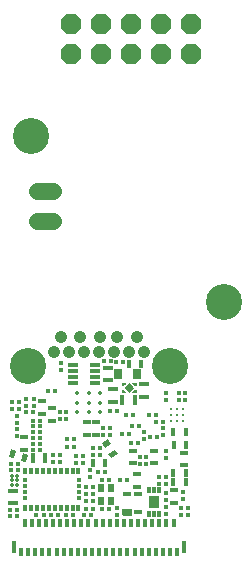
<source format=gbs>
G75*
%MOIN*%
%OFA0B0*%
%FSLAX25Y25*%
%IPPOS*%
%LPD*%
%AMOC8*
5,1,8,0,0,1.08239X$1,22.5*
%
%ADD10C,0.04137*%
%ADD11R,0.01381X0.01775*%
%ADD12R,0.02562X0.01775*%
%ADD13R,0.01775X0.01381*%
%ADD14R,0.01775X0.03350*%
%ADD15R,0.03350X0.01775*%
%ADD16R,0.01775X0.02562*%
%ADD17R,0.02956X0.03743*%
%ADD18C,0.00200*%
%ADD19OC8,0.06800*%
%ADD20C,0.01381*%
%ADD21R,0.02169X0.02562*%
%ADD22C,0.05600*%
%ADD23R,0.01184X0.02070*%
%ADD24R,0.01676X0.01184*%
%ADD25R,0.02956X0.01775*%
%ADD26R,0.02444X0.02169*%
%ADD27C,0.00000*%
%ADD28C,0.00001*%
%ADD29R,0.01381X0.02759*%
%ADD30R,0.01381X0.02562*%
%ADD31R,0.01775X0.04137*%
%ADD32R,0.03350X0.04137*%
%ADD33R,0.01381X0.01972*%
%ADD34C,0.01184*%
%ADD35R,0.03350X0.01381*%
%ADD36C,0.01400*%
%ADD37C,0.12011*%
D10*
X0183000Y0124260D03*
X0188000Y0124260D03*
X0193000Y0124260D03*
X0198000Y0124260D03*
X0203000Y0124260D03*
X0208000Y0124260D03*
X0213000Y0124260D03*
X0210599Y0129300D03*
X0204103Y0129300D03*
X0198197Y0129300D03*
X0191701Y0129300D03*
X0185205Y0129300D03*
D11*
X0199496Y0121150D03*
X0201859Y0121150D03*
X0203512Y0120835D03*
X0205874Y0120835D03*
X0183315Y0111189D03*
X0180953Y0111189D03*
X0176071Y0104103D03*
X0173709Y0104103D03*
X0175953Y0101347D03*
X0175953Y0099378D03*
X0175953Y0097410D03*
X0175953Y0095441D03*
X0175953Y0093473D03*
X0175953Y0091504D03*
X0178315Y0091504D03*
X0178315Y0093473D03*
X0178315Y0095441D03*
X0178315Y0097410D03*
X0178315Y0099378D03*
X0178315Y0101347D03*
X0187370Y0095244D03*
X0189733Y0095244D03*
X0189733Y0092685D03*
X0187370Y0092685D03*
X0196032Y0092095D03*
X0196032Y0089930D03*
X0198394Y0089930D03*
X0198394Y0092095D03*
X0205678Y0097016D03*
X0208040Y0097016D03*
X0209024Y0099378D03*
X0211386Y0099378D03*
X0215048Y0095874D03*
X0217410Y0095874D03*
X0210993Y0093867D03*
X0208630Y0093867D03*
X0217095Y0100953D03*
X0216937Y0103276D03*
X0214575Y0103276D03*
X0219457Y0100953D03*
X0209339Y0103276D03*
X0206977Y0103276D03*
X0204063Y0104418D03*
X0201701Y0104418D03*
X0199851Y0084103D03*
X0197489Y0084103D03*
X0198906Y0081583D03*
X0201268Y0081583D03*
X0205087Y0081662D03*
X0207449Y0081662D03*
X0196032Y0079300D03*
X0193670Y0079300D03*
X0193670Y0076937D03*
X0196032Y0076937D03*
X0196032Y0074378D03*
X0196032Y0072016D03*
X0195441Y0069851D03*
X0193079Y0069851D03*
X0193670Y0072016D03*
X0193670Y0074378D03*
X0189339Y0069930D03*
X0186977Y0069930D03*
X0184418Y0069851D03*
X0182056Y0069851D03*
X0179496Y0069851D03*
X0177134Y0069851D03*
X0170599Y0069615D03*
X0170559Y0071662D03*
X0168197Y0071662D03*
X0168237Y0069615D03*
X0168473Y0084890D03*
X0168473Y0086937D03*
X0170835Y0086937D03*
X0170835Y0084890D03*
X0199103Y0071977D03*
X0201465Y0071977D03*
X0225166Y0072213D03*
X0227528Y0072213D03*
X0227528Y0069851D03*
X0225166Y0069851D03*
D12*
X0223000Y0073853D03*
X0223000Y0078053D03*
X0226268Y0086373D03*
X0226268Y0090573D03*
X0216307Y0091242D03*
X0216307Y0087042D03*
X0210796Y0083565D03*
X0209221Y0087042D03*
X0209221Y0091242D03*
X0196859Y0096609D03*
X0193867Y0096648D03*
X0193867Y0100848D03*
X0196859Y0100809D03*
X0182174Y0101215D03*
X0179103Y0103578D03*
X0182174Y0105415D03*
X0179103Y0107778D03*
X0173119Y0095809D03*
X0173119Y0091609D03*
X0210796Y0079365D03*
D13*
X0217882Y0080284D03*
X0220205Y0080284D03*
X0220205Y0082646D03*
X0217882Y0082646D03*
X0213748Y0086780D03*
X0211780Y0086780D03*
X0211780Y0089142D03*
X0213748Y0089142D03*
X0212961Y0095048D03*
X0212961Y0097410D03*
X0219457Y0096622D03*
X0219457Y0098985D03*
X0220441Y0091071D03*
X0220441Y0088709D03*
X0220284Y0077174D03*
X0220284Y0074811D03*
X0220244Y0072607D03*
X0220244Y0070244D03*
X0225953Y0075205D03*
X0225953Y0077567D03*
X0203827Y0072331D03*
X0203827Y0069969D03*
X0194851Y0082449D03*
X0194851Y0084811D03*
X0192685Y0087174D03*
X0190323Y0087174D03*
X0190323Y0089536D03*
X0192685Y0089536D03*
X0185008Y0089930D03*
X0182646Y0089930D03*
X0182646Y0087567D03*
X0185008Y0087567D03*
X0170638Y0096229D03*
X0170638Y0098591D03*
X0170638Y0100559D03*
X0170638Y0102922D03*
X0171426Y0105087D03*
X0171426Y0107449D03*
X0168985Y0107449D03*
X0168985Y0105087D03*
X0173788Y0106071D03*
X0173788Y0108433D03*
X0176347Y0108433D03*
X0176347Y0106071D03*
X0184930Y0104103D03*
X0187134Y0104103D03*
X0187134Y0101741D03*
X0184930Y0101741D03*
X0199260Y0098788D03*
X0201583Y0098748D03*
X0201583Y0096386D03*
X0199260Y0096426D03*
X0220441Y0108237D03*
X0220441Y0110599D03*
X0224575Y0110599D03*
X0226741Y0110599D03*
X0226741Y0108237D03*
X0224575Y0108237D03*
X0185441Y0118197D03*
X0185441Y0120559D03*
D14*
X0205625Y0108276D03*
X0209825Y0108276D03*
X0180022Y0088748D03*
X0175822Y0088748D03*
D15*
X0169260Y0078014D03*
X0169260Y0073814D03*
X0202725Y0107633D03*
X0202725Y0111833D03*
X0201071Y0114837D03*
X0201071Y0119037D03*
X0212961Y0113486D03*
X0212961Y0109286D03*
D16*
X0212108Y0120284D03*
X0207908Y0120284D03*
X0222672Y0097646D03*
X0226872Y0097646D03*
X0227030Y0093276D03*
X0222830Y0093276D03*
X0222672Y0083827D03*
X0222672Y0080874D03*
X0226872Y0080874D03*
X0226872Y0083827D03*
G36*
X0202029Y0088764D02*
X0201094Y0090270D01*
X0203271Y0091620D01*
X0204206Y0090114D01*
X0202029Y0088764D01*
G37*
X0200100Y0087174D03*
X0195900Y0087174D03*
G36*
X0199816Y0092334D02*
X0198881Y0093840D01*
X0201058Y0095190D01*
X0201993Y0093684D01*
X0199816Y0092334D01*
G37*
G36*
X0173482Y0087435D02*
X0171804Y0088010D01*
X0172634Y0090433D01*
X0174312Y0089858D01*
X0173482Y0087435D01*
G37*
G36*
X0169508Y0088796D02*
X0167830Y0089371D01*
X0168660Y0091794D01*
X0170338Y0091219D01*
X0169508Y0088796D01*
G37*
D17*
X0204339Y0116819D03*
X0210796Y0116819D03*
D18*
X0210146Y0113965D02*
X0208926Y0113965D01*
X0209556Y0113335D01*
X0210146Y0113335D01*
X0210146Y0113965D01*
X0210146Y0113881D02*
X0209009Y0113881D01*
X0209208Y0113683D02*
X0210146Y0113683D01*
X0210146Y0113484D02*
X0209406Y0113484D01*
X0208661Y0112889D02*
X0207025Y0112889D01*
X0207223Y0113087D02*
X0208462Y0113087D01*
X0208264Y0113286D02*
X0207422Y0113286D01*
X0207620Y0113484D02*
X0208065Y0113484D01*
X0207867Y0113683D02*
X0207819Y0113683D01*
X0207843Y0113707D02*
X0209179Y0112370D01*
X0207843Y0111034D01*
X0206507Y0112370D01*
X0207843Y0113707D01*
X0206760Y0113965D02*
X0206130Y0113335D01*
X0205540Y0113335D01*
X0205540Y0113965D01*
X0206760Y0113965D01*
X0206677Y0113881D02*
X0205540Y0113881D01*
X0205540Y0113683D02*
X0206478Y0113683D01*
X0206279Y0113484D02*
X0205540Y0113484D01*
X0206628Y0112492D02*
X0209058Y0112492D01*
X0209102Y0112293D02*
X0206584Y0112293D01*
X0206783Y0112095D02*
X0208903Y0112095D01*
X0208705Y0111896D02*
X0206981Y0111896D01*
X0207180Y0111698D02*
X0208506Y0111698D01*
X0208308Y0111499D02*
X0207378Y0111499D01*
X0207577Y0111301D02*
X0208109Y0111301D01*
X0207911Y0111102D02*
X0207775Y0111102D01*
X0206760Y0110776D02*
X0206130Y0111406D01*
X0205540Y0111406D01*
X0205540Y0110776D01*
X0206760Y0110776D01*
X0206633Y0110904D02*
X0205540Y0110904D01*
X0205540Y0111102D02*
X0206434Y0111102D01*
X0206236Y0111301D02*
X0205540Y0111301D01*
X0206826Y0112690D02*
X0208859Y0112690D01*
X0209556Y0111406D02*
X0210146Y0111406D01*
X0210146Y0110776D01*
X0208926Y0110776D01*
X0209556Y0111406D01*
X0209450Y0111301D02*
X0210146Y0111301D01*
X0210146Y0111102D02*
X0209252Y0111102D01*
X0209053Y0110904D02*
X0210146Y0110904D01*
D19*
X0208630Y0223512D03*
X0198630Y0223512D03*
X0188630Y0223512D03*
X0188630Y0233512D03*
X0198630Y0233512D03*
X0208630Y0233512D03*
X0218630Y0233512D03*
X0228630Y0233512D03*
X0228630Y0223512D03*
X0218630Y0223512D03*
D20*
X0198433Y0110402D03*
X0198433Y0107252D03*
X0198433Y0104103D03*
X0194496Y0104103D03*
X0194496Y0107252D03*
X0194496Y0110402D03*
X0190559Y0110402D03*
X0190559Y0107252D03*
X0190559Y0104103D03*
D21*
X0198670Y0078827D03*
X0201819Y0078827D03*
X0201819Y0074496D03*
X0198670Y0074496D03*
D22*
X0182590Y0167882D02*
X0177190Y0167882D01*
X0177190Y0177882D02*
X0182590Y0177882D01*
D23*
X0183237Y0084654D03*
X0185205Y0084654D03*
X0187174Y0084654D03*
X0189142Y0084654D03*
X0191111Y0084654D03*
X0181268Y0084654D03*
X0179300Y0084654D03*
X0177331Y0084654D03*
X0175363Y0084654D03*
X0173394Y0084654D03*
X0173394Y0072370D03*
X0175363Y0072370D03*
X0177331Y0072370D03*
X0179300Y0072370D03*
X0181268Y0072370D03*
X0183237Y0072370D03*
X0185205Y0072370D03*
X0187174Y0072370D03*
X0189142Y0072370D03*
X0191111Y0072370D03*
D24*
X0191307Y0075559D03*
X0191307Y0077528D03*
X0191307Y0079496D03*
X0191307Y0081465D03*
X0173197Y0081465D03*
X0173197Y0079496D03*
X0173197Y0077528D03*
X0173197Y0075559D03*
D25*
X0207154Y0076839D03*
X0210894Y0076839D03*
X0210894Y0070737D03*
D26*
X0207351Y0070933D03*
D27*
X0206170Y0069831D02*
X0205599Y0070402D01*
X0205599Y0072036D01*
X0208591Y0072036D01*
X0208591Y0069831D01*
X0206170Y0069831D01*
D28*
X0208591Y0069831D01*
X0208591Y0069832D02*
X0206169Y0069832D01*
X0206168Y0069833D02*
X0208591Y0069833D01*
X0208591Y0069834D02*
X0206167Y0069834D01*
X0206166Y0069835D02*
X0208591Y0069835D01*
X0208591Y0069836D02*
X0206165Y0069836D01*
X0206164Y0069837D02*
X0208591Y0069837D01*
X0208591Y0069838D02*
X0206163Y0069838D01*
X0206162Y0069839D02*
X0208591Y0069839D01*
X0208591Y0069840D02*
X0206161Y0069840D01*
X0206160Y0069841D02*
X0208591Y0069841D01*
X0208591Y0069842D02*
X0206159Y0069842D01*
X0206158Y0069843D02*
X0208591Y0069843D01*
X0208591Y0069844D02*
X0206157Y0069844D01*
X0206156Y0069845D02*
X0208591Y0069845D01*
X0208591Y0069846D02*
X0206155Y0069846D01*
X0206154Y0069847D02*
X0208591Y0069847D01*
X0208591Y0069848D02*
X0206153Y0069848D01*
X0206152Y0069849D02*
X0208591Y0069849D01*
X0208591Y0069850D02*
X0206151Y0069850D01*
X0206150Y0069851D02*
X0208591Y0069851D01*
X0208591Y0069852D02*
X0206149Y0069852D01*
X0206148Y0069853D02*
X0208591Y0069853D01*
X0208591Y0069854D02*
X0206147Y0069854D01*
X0206146Y0069855D02*
X0208591Y0069855D01*
X0208591Y0069856D02*
X0206145Y0069856D01*
X0206144Y0069857D02*
X0208591Y0069857D01*
X0208591Y0069858D02*
X0206143Y0069858D01*
X0206142Y0069859D02*
X0208591Y0069859D01*
X0208591Y0069860D02*
X0206141Y0069860D01*
X0206140Y0069861D02*
X0208591Y0069861D01*
X0208591Y0069862D02*
X0206139Y0069862D01*
X0206138Y0069863D02*
X0208591Y0069863D01*
X0208591Y0069864D02*
X0206137Y0069864D01*
X0206136Y0069865D02*
X0208591Y0069865D01*
X0208591Y0069866D02*
X0206135Y0069866D01*
X0206134Y0069867D02*
X0208591Y0069867D01*
X0208591Y0069868D02*
X0206133Y0069868D01*
X0206132Y0069869D02*
X0208591Y0069869D01*
X0206131Y0069869D01*
X0206130Y0069870D02*
X0208591Y0069870D01*
X0208591Y0069871D02*
X0206129Y0069871D01*
X0206128Y0069872D02*
X0208591Y0069872D01*
X0208591Y0069873D02*
X0206127Y0069873D01*
X0206126Y0069874D02*
X0208591Y0069874D01*
X0208591Y0069875D02*
X0206125Y0069875D01*
X0206124Y0069876D02*
X0208591Y0069876D01*
X0208591Y0069877D02*
X0206123Y0069877D01*
X0206122Y0069878D02*
X0208591Y0069878D01*
X0208591Y0069879D02*
X0206121Y0069879D01*
X0206120Y0069880D02*
X0208591Y0069880D01*
X0208591Y0069881D02*
X0206119Y0069881D01*
X0206119Y0069882D02*
X0208591Y0069882D01*
X0208591Y0069883D02*
X0206118Y0069883D01*
X0206117Y0069884D02*
X0208591Y0069884D01*
X0208591Y0069885D02*
X0206116Y0069885D01*
X0206115Y0069886D02*
X0208591Y0069886D01*
X0208591Y0069887D02*
X0206114Y0069887D01*
X0206113Y0069888D02*
X0208591Y0069888D01*
X0208591Y0069889D02*
X0206112Y0069889D01*
X0206111Y0069890D02*
X0208591Y0069890D01*
X0208591Y0069891D02*
X0206110Y0069891D01*
X0206109Y0069892D02*
X0208591Y0069892D01*
X0208591Y0069893D02*
X0206108Y0069893D01*
X0206107Y0069894D02*
X0208591Y0069894D01*
X0208591Y0069895D02*
X0206106Y0069895D01*
X0206105Y0069896D02*
X0208591Y0069896D01*
X0208591Y0069897D02*
X0206104Y0069897D01*
X0206103Y0069898D02*
X0208591Y0069898D01*
X0208591Y0069899D02*
X0206102Y0069899D01*
X0206101Y0069900D02*
X0208591Y0069900D01*
X0208591Y0069901D02*
X0206100Y0069901D01*
X0206099Y0069902D02*
X0208591Y0069902D01*
X0208591Y0069903D02*
X0206098Y0069903D01*
X0206097Y0069904D02*
X0208591Y0069904D01*
X0208591Y0069905D02*
X0206096Y0069905D01*
X0206095Y0069906D02*
X0208591Y0069906D01*
X0208591Y0069907D02*
X0206094Y0069907D01*
X0206093Y0069908D02*
X0208591Y0069908D01*
X0208591Y0069909D02*
X0206092Y0069909D01*
X0206091Y0069910D02*
X0208591Y0069910D01*
X0208591Y0069911D02*
X0206090Y0069911D01*
X0206089Y0069912D02*
X0208591Y0069912D01*
X0208591Y0069913D02*
X0206088Y0069913D01*
X0206087Y0069914D02*
X0208591Y0069914D01*
X0208591Y0069915D02*
X0206086Y0069915D01*
X0206085Y0069916D02*
X0208591Y0069916D01*
X0208591Y0069917D02*
X0206084Y0069917D01*
X0206083Y0069918D02*
X0208591Y0069918D01*
X0208591Y0069919D02*
X0206082Y0069919D01*
X0206081Y0069920D02*
X0208591Y0069920D01*
X0208591Y0069921D02*
X0206080Y0069921D01*
X0206079Y0069922D02*
X0208591Y0069922D01*
X0208591Y0069923D02*
X0206078Y0069923D01*
X0206077Y0069924D02*
X0208591Y0069924D01*
X0208591Y0069925D02*
X0206076Y0069925D01*
X0206075Y0069926D02*
X0208591Y0069926D01*
X0208591Y0069927D02*
X0206074Y0069927D01*
X0206073Y0069928D02*
X0208591Y0069928D01*
X0208591Y0069929D02*
X0206072Y0069929D01*
X0206071Y0069930D02*
X0208591Y0069930D01*
X0208591Y0069931D02*
X0206070Y0069931D01*
X0206069Y0069931D02*
X0208591Y0069931D01*
X0208591Y0069932D02*
X0206068Y0069932D01*
X0206067Y0069933D02*
X0208591Y0069933D01*
X0208591Y0069934D02*
X0206066Y0069934D01*
X0206065Y0069935D02*
X0208591Y0069935D01*
X0208591Y0069936D02*
X0206064Y0069936D01*
X0206063Y0069937D02*
X0208591Y0069937D01*
X0208591Y0069938D02*
X0206062Y0069938D01*
X0206061Y0069939D02*
X0208591Y0069939D01*
X0208591Y0069940D02*
X0206060Y0069940D01*
X0206059Y0069941D02*
X0208591Y0069941D01*
X0208591Y0069942D02*
X0206058Y0069942D01*
X0206057Y0069943D02*
X0208591Y0069943D01*
X0208591Y0069944D02*
X0206056Y0069944D01*
X0206056Y0069945D02*
X0208591Y0069945D01*
X0208591Y0069946D02*
X0206055Y0069946D01*
X0206054Y0069947D02*
X0208591Y0069947D01*
X0208591Y0069948D02*
X0206053Y0069948D01*
X0206052Y0069949D02*
X0208591Y0069949D01*
X0208591Y0069950D02*
X0206051Y0069950D01*
X0206050Y0069951D02*
X0208591Y0069951D01*
X0208591Y0069952D02*
X0206049Y0069952D01*
X0206048Y0069953D02*
X0208591Y0069953D01*
X0208591Y0069954D02*
X0206047Y0069954D01*
X0206046Y0069955D02*
X0208591Y0069955D01*
X0208591Y0069956D02*
X0206045Y0069956D01*
X0206044Y0069957D02*
X0208591Y0069957D01*
X0208591Y0069958D02*
X0206043Y0069958D01*
X0206042Y0069959D02*
X0208591Y0069959D01*
X0208591Y0069960D02*
X0206041Y0069960D01*
X0206040Y0069961D02*
X0208591Y0069961D01*
X0208591Y0069962D02*
X0206039Y0069962D01*
X0206038Y0069963D02*
X0208591Y0069963D01*
X0208591Y0069964D02*
X0206037Y0069964D01*
X0206036Y0069965D02*
X0208591Y0069965D01*
X0208591Y0069966D02*
X0206035Y0069966D01*
X0206034Y0069967D02*
X0208591Y0069967D01*
X0208591Y0069968D02*
X0206033Y0069968D01*
X0206032Y0069969D02*
X0208591Y0069969D01*
X0208591Y0069970D02*
X0206031Y0069970D01*
X0206030Y0069971D02*
X0208591Y0069971D01*
X0208591Y0069972D02*
X0206029Y0069972D01*
X0206028Y0069973D02*
X0208591Y0069973D01*
X0208591Y0069974D02*
X0206027Y0069974D01*
X0206026Y0069975D02*
X0208591Y0069975D01*
X0208591Y0069976D02*
X0206025Y0069976D01*
X0206024Y0069977D02*
X0208591Y0069977D01*
X0208591Y0069978D02*
X0206023Y0069978D01*
X0206022Y0069979D02*
X0208591Y0069979D01*
X0208591Y0069980D02*
X0206021Y0069980D01*
X0206020Y0069981D02*
X0208591Y0069981D01*
X0208591Y0069982D02*
X0206019Y0069982D01*
X0206018Y0069983D02*
X0208591Y0069983D01*
X0208591Y0069984D02*
X0206017Y0069984D01*
X0206016Y0069985D02*
X0208591Y0069985D01*
X0208591Y0069986D02*
X0206015Y0069986D01*
X0206014Y0069987D02*
X0208591Y0069987D01*
X0208591Y0069988D02*
X0206013Y0069988D01*
X0206012Y0069989D02*
X0208591Y0069989D01*
X0208591Y0069990D02*
X0206011Y0069990D01*
X0206010Y0069991D02*
X0208591Y0069991D01*
X0208591Y0069992D02*
X0206009Y0069992D01*
X0206008Y0069993D02*
X0208591Y0069993D01*
X0208591Y0069994D02*
X0206007Y0069994D01*
X0206006Y0069994D02*
X0208591Y0069994D01*
X0208591Y0069995D02*
X0206005Y0069995D01*
X0206004Y0069996D02*
X0208591Y0069996D01*
X0208591Y0069997D02*
X0206003Y0069997D01*
X0206002Y0069998D02*
X0208591Y0069998D01*
X0208591Y0069999D02*
X0206001Y0069999D01*
X0206000Y0070000D02*
X0208591Y0070000D01*
X0208591Y0070001D02*
X0205999Y0070001D01*
X0205998Y0070002D02*
X0208591Y0070002D01*
X0208591Y0070003D02*
X0205997Y0070003D01*
X0205996Y0070004D02*
X0208591Y0070004D01*
X0208591Y0070005D02*
X0205995Y0070005D01*
X0205994Y0070006D02*
X0208591Y0070006D01*
X0208591Y0070007D02*
X0205994Y0070007D01*
X0205993Y0070008D02*
X0208591Y0070008D01*
X0208591Y0070009D02*
X0205992Y0070009D01*
X0205991Y0070010D02*
X0208591Y0070010D01*
X0208591Y0070011D02*
X0205990Y0070011D01*
X0205989Y0070012D02*
X0208591Y0070012D01*
X0208591Y0070013D02*
X0205988Y0070013D01*
X0205987Y0070014D02*
X0208591Y0070014D01*
X0208591Y0070015D02*
X0205986Y0070015D01*
X0205985Y0070016D02*
X0208591Y0070016D01*
X0208591Y0070017D02*
X0205984Y0070017D01*
X0205983Y0070018D02*
X0208591Y0070018D01*
X0208591Y0070019D02*
X0205982Y0070019D01*
X0205981Y0070020D02*
X0208591Y0070020D01*
X0208591Y0070021D02*
X0205980Y0070021D01*
X0205979Y0070022D02*
X0208591Y0070022D01*
X0208591Y0070023D02*
X0205978Y0070023D01*
X0205977Y0070024D02*
X0208591Y0070024D01*
X0208591Y0070025D02*
X0205976Y0070025D01*
X0205975Y0070026D02*
X0208591Y0070026D01*
X0208591Y0070027D02*
X0205974Y0070027D01*
X0205973Y0070028D02*
X0208591Y0070028D01*
X0208591Y0070029D02*
X0205972Y0070029D01*
X0205971Y0070030D02*
X0208591Y0070030D01*
X0208591Y0070031D02*
X0205970Y0070031D01*
X0205969Y0070032D02*
X0208591Y0070032D01*
X0208591Y0070033D02*
X0205968Y0070033D01*
X0205967Y0070034D02*
X0208591Y0070034D01*
X0208591Y0070035D02*
X0205966Y0070035D01*
X0205965Y0070036D02*
X0208591Y0070036D01*
X0208591Y0070037D02*
X0205964Y0070037D01*
X0205963Y0070038D02*
X0208591Y0070038D01*
X0208591Y0070039D02*
X0205962Y0070039D01*
X0205961Y0070040D02*
X0208591Y0070040D01*
X0208591Y0070041D02*
X0205960Y0070041D01*
X0205959Y0070042D02*
X0208591Y0070042D01*
X0208591Y0070043D02*
X0205958Y0070043D01*
X0205957Y0070044D02*
X0208591Y0070044D01*
X0208591Y0070045D02*
X0205956Y0070045D01*
X0205955Y0070046D02*
X0208591Y0070046D01*
X0208591Y0070047D02*
X0205954Y0070047D01*
X0205953Y0070048D02*
X0208591Y0070048D01*
X0208591Y0070049D02*
X0205952Y0070049D01*
X0205951Y0070050D02*
X0208591Y0070050D01*
X0208591Y0070051D02*
X0205950Y0070051D01*
X0205949Y0070052D02*
X0208591Y0070052D01*
X0208591Y0070053D02*
X0205948Y0070053D01*
X0205947Y0070054D02*
X0208591Y0070054D01*
X0208591Y0070055D02*
X0205946Y0070055D01*
X0205945Y0070056D02*
X0208591Y0070056D01*
X0205944Y0070056D01*
X0205943Y0070057D02*
X0208591Y0070057D01*
X0208591Y0070058D02*
X0205942Y0070058D01*
X0205941Y0070059D02*
X0208591Y0070059D01*
X0208591Y0070060D02*
X0205940Y0070060D01*
X0205939Y0070061D02*
X0208591Y0070061D01*
X0208591Y0070062D02*
X0205938Y0070062D01*
X0205937Y0070063D02*
X0208591Y0070063D01*
X0208591Y0070064D02*
X0205936Y0070064D01*
X0205935Y0070065D02*
X0208591Y0070065D01*
X0208591Y0070066D02*
X0205934Y0070066D01*
X0205933Y0070067D02*
X0208591Y0070067D01*
X0208591Y0070068D02*
X0205932Y0070068D01*
X0205931Y0070069D02*
X0208591Y0070069D01*
X0208591Y0070070D02*
X0205931Y0070070D01*
X0205930Y0070071D02*
X0208591Y0070071D01*
X0208591Y0070072D02*
X0205929Y0070072D01*
X0205928Y0070073D02*
X0208591Y0070073D01*
X0208591Y0070074D02*
X0205927Y0070074D01*
X0205926Y0070075D02*
X0208591Y0070075D01*
X0208591Y0070076D02*
X0205925Y0070076D01*
X0205924Y0070077D02*
X0208591Y0070077D01*
X0208591Y0070078D02*
X0205923Y0070078D01*
X0205922Y0070079D02*
X0208591Y0070079D01*
X0208591Y0070080D02*
X0205921Y0070080D01*
X0205920Y0070081D02*
X0208591Y0070081D01*
X0208591Y0070082D02*
X0205919Y0070082D01*
X0205918Y0070083D02*
X0208591Y0070083D01*
X0208591Y0070084D02*
X0205917Y0070084D01*
X0205916Y0070085D02*
X0208591Y0070085D01*
X0208591Y0070086D02*
X0205915Y0070086D01*
X0205914Y0070087D02*
X0208591Y0070087D01*
X0208591Y0070088D02*
X0205913Y0070088D01*
X0205912Y0070089D02*
X0208591Y0070089D01*
X0208591Y0070090D02*
X0205911Y0070090D01*
X0205910Y0070091D02*
X0208591Y0070091D01*
X0208591Y0070092D02*
X0205909Y0070092D01*
X0205908Y0070093D02*
X0208591Y0070093D01*
X0208591Y0070094D02*
X0205907Y0070094D01*
X0205906Y0070095D02*
X0208591Y0070095D01*
X0208591Y0070096D02*
X0205905Y0070096D01*
X0205904Y0070097D02*
X0208591Y0070097D01*
X0208591Y0070098D02*
X0205903Y0070098D01*
X0205902Y0070099D02*
X0208591Y0070099D01*
X0208591Y0070100D02*
X0205901Y0070100D01*
X0205900Y0070101D02*
X0208591Y0070101D01*
X0208591Y0070102D02*
X0205899Y0070102D01*
X0205898Y0070103D02*
X0208591Y0070103D01*
X0208591Y0070104D02*
X0205897Y0070104D01*
X0205896Y0070105D02*
X0208591Y0070105D01*
X0208591Y0070106D02*
X0205895Y0070106D01*
X0205894Y0070107D02*
X0208591Y0070107D01*
X0208591Y0070108D02*
X0205893Y0070108D01*
X0205892Y0070109D02*
X0208591Y0070109D01*
X0208591Y0070110D02*
X0205891Y0070110D01*
X0205890Y0070111D02*
X0208591Y0070111D01*
X0208591Y0070112D02*
X0205889Y0070112D01*
X0205888Y0070113D02*
X0208591Y0070113D01*
X0208591Y0070114D02*
X0205887Y0070114D01*
X0205886Y0070115D02*
X0208591Y0070115D01*
X0208591Y0070116D02*
X0205885Y0070116D01*
X0205884Y0070117D02*
X0208591Y0070117D01*
X0208591Y0070118D02*
X0205883Y0070118D01*
X0205882Y0070119D02*
X0208591Y0070119D01*
X0205881Y0070119D01*
X0205880Y0070120D02*
X0208591Y0070120D01*
X0208591Y0070121D02*
X0205879Y0070121D01*
X0205878Y0070122D02*
X0208591Y0070122D01*
X0208591Y0070123D02*
X0205877Y0070123D01*
X0205876Y0070124D02*
X0208591Y0070124D01*
X0208591Y0070125D02*
X0205875Y0070125D01*
X0205874Y0070126D02*
X0208591Y0070126D01*
X0208591Y0070127D02*
X0205873Y0070127D01*
X0205872Y0070128D02*
X0208591Y0070128D01*
X0208591Y0070129D02*
X0205871Y0070129D01*
X0205870Y0070130D02*
X0208591Y0070130D01*
X0208591Y0070131D02*
X0205869Y0070131D01*
X0205869Y0070132D02*
X0208591Y0070132D01*
X0208591Y0070133D02*
X0205868Y0070133D01*
X0205867Y0070134D02*
X0208591Y0070134D01*
X0208591Y0070135D02*
X0205866Y0070135D01*
X0205865Y0070136D02*
X0208591Y0070136D01*
X0208591Y0070137D02*
X0205864Y0070137D01*
X0205863Y0070138D02*
X0208591Y0070138D01*
X0208591Y0070139D02*
X0205862Y0070139D01*
X0205861Y0070140D02*
X0208591Y0070140D01*
X0208591Y0070141D02*
X0205860Y0070141D01*
X0205859Y0070142D02*
X0208591Y0070142D01*
X0208591Y0070143D02*
X0205858Y0070143D01*
X0205857Y0070144D02*
X0208591Y0070144D01*
X0208591Y0070145D02*
X0205856Y0070145D01*
X0205855Y0070146D02*
X0208591Y0070146D01*
X0208591Y0070147D02*
X0205854Y0070147D01*
X0205853Y0070148D02*
X0208591Y0070148D01*
X0208591Y0070149D02*
X0205852Y0070149D01*
X0205851Y0070150D02*
X0208591Y0070150D01*
X0208591Y0070151D02*
X0205850Y0070151D01*
X0205849Y0070152D02*
X0208591Y0070152D01*
X0208591Y0070153D02*
X0205848Y0070153D01*
X0205847Y0070154D02*
X0208591Y0070154D01*
X0208591Y0070155D02*
X0205846Y0070155D01*
X0205845Y0070156D02*
X0208591Y0070156D01*
X0208591Y0070157D02*
X0205844Y0070157D01*
X0205843Y0070158D02*
X0208591Y0070158D01*
X0208591Y0070159D02*
X0205842Y0070159D01*
X0205841Y0070160D02*
X0208591Y0070160D01*
X0208591Y0070161D02*
X0205840Y0070161D01*
X0205839Y0070162D02*
X0208591Y0070162D01*
X0208591Y0070163D02*
X0205838Y0070163D01*
X0205837Y0070164D02*
X0208591Y0070164D01*
X0208591Y0070165D02*
X0205836Y0070165D01*
X0205835Y0070166D02*
X0208591Y0070166D01*
X0208591Y0070167D02*
X0205834Y0070167D01*
X0205833Y0070168D02*
X0208591Y0070168D01*
X0208591Y0070169D02*
X0205832Y0070169D01*
X0205831Y0070170D02*
X0208591Y0070170D01*
X0208591Y0070171D02*
X0205830Y0070171D01*
X0205829Y0070172D02*
X0208591Y0070172D01*
X0208591Y0070173D02*
X0205828Y0070173D01*
X0205827Y0070174D02*
X0208591Y0070174D01*
X0208591Y0070175D02*
X0205826Y0070175D01*
X0205825Y0070176D02*
X0208591Y0070176D01*
X0208591Y0070177D02*
X0205824Y0070177D01*
X0205823Y0070178D02*
X0208591Y0070178D01*
X0208591Y0070179D02*
X0205822Y0070179D01*
X0205821Y0070180D02*
X0208591Y0070180D01*
X0208591Y0070181D02*
X0205820Y0070181D01*
X0205819Y0070181D02*
X0208591Y0070181D01*
X0208591Y0070182D02*
X0205818Y0070182D01*
X0205817Y0070183D02*
X0208591Y0070183D01*
X0208591Y0070184D02*
X0205816Y0070184D01*
X0205815Y0070185D02*
X0208591Y0070185D01*
X0208591Y0070186D02*
X0205814Y0070186D01*
X0205813Y0070187D02*
X0208591Y0070187D01*
X0208591Y0070188D02*
X0205812Y0070188D01*
X0205811Y0070189D02*
X0208591Y0070189D01*
X0208591Y0070190D02*
X0205810Y0070190D01*
X0205809Y0070191D02*
X0208591Y0070191D01*
X0208591Y0070192D02*
X0205808Y0070192D01*
X0205807Y0070193D02*
X0208591Y0070193D01*
X0208591Y0070194D02*
X0205806Y0070194D01*
X0205806Y0070195D02*
X0208591Y0070195D01*
X0208591Y0070196D02*
X0205805Y0070196D01*
X0205804Y0070197D02*
X0208591Y0070197D01*
X0208591Y0070198D02*
X0205803Y0070198D01*
X0205802Y0070199D02*
X0208591Y0070199D01*
X0208591Y0070200D02*
X0205801Y0070200D01*
X0205800Y0070201D02*
X0208591Y0070201D01*
X0208591Y0070202D02*
X0205799Y0070202D01*
X0205798Y0070203D02*
X0208591Y0070203D01*
X0208591Y0070204D02*
X0205797Y0070204D01*
X0205796Y0070205D02*
X0208591Y0070205D01*
X0208591Y0070206D02*
X0205795Y0070206D01*
X0205794Y0070207D02*
X0208591Y0070207D01*
X0208591Y0070208D02*
X0205793Y0070208D01*
X0205792Y0070209D02*
X0208591Y0070209D01*
X0208591Y0070210D02*
X0205791Y0070210D01*
X0205790Y0070211D02*
X0208591Y0070211D01*
X0208591Y0070212D02*
X0205789Y0070212D01*
X0205788Y0070213D02*
X0208591Y0070213D01*
X0208591Y0070214D02*
X0205787Y0070214D01*
X0205786Y0070215D02*
X0208591Y0070215D01*
X0208591Y0070216D02*
X0205785Y0070216D01*
X0205784Y0070217D02*
X0208591Y0070217D01*
X0208591Y0070218D02*
X0205783Y0070218D01*
X0205782Y0070219D02*
X0208591Y0070219D01*
X0208591Y0070220D02*
X0205781Y0070220D01*
X0205780Y0070221D02*
X0208591Y0070221D01*
X0208591Y0070222D02*
X0205779Y0070222D01*
X0205778Y0070223D02*
X0208591Y0070223D01*
X0208591Y0070224D02*
X0205777Y0070224D01*
X0205776Y0070225D02*
X0208591Y0070225D01*
X0208591Y0070226D02*
X0205775Y0070226D01*
X0205774Y0070227D02*
X0208591Y0070227D01*
X0208591Y0070228D02*
X0205773Y0070228D01*
X0205772Y0070229D02*
X0208591Y0070229D01*
X0208591Y0070230D02*
X0205771Y0070230D01*
X0205770Y0070231D02*
X0208591Y0070231D01*
X0208591Y0070232D02*
X0205769Y0070232D01*
X0205768Y0070233D02*
X0208591Y0070233D01*
X0208591Y0070234D02*
X0205767Y0070234D01*
X0205766Y0070235D02*
X0208591Y0070235D01*
X0208591Y0070236D02*
X0205765Y0070236D01*
X0205764Y0070237D02*
X0208591Y0070237D01*
X0208591Y0070238D02*
X0205763Y0070238D01*
X0205762Y0070239D02*
X0208591Y0070239D01*
X0208591Y0070240D02*
X0205761Y0070240D01*
X0205760Y0070241D02*
X0208591Y0070241D01*
X0208591Y0070242D02*
X0205759Y0070242D01*
X0205758Y0070243D02*
X0208591Y0070243D01*
X0208591Y0070244D02*
X0205757Y0070244D01*
X0205756Y0070244D02*
X0208591Y0070244D01*
X0208591Y0070245D02*
X0205755Y0070245D01*
X0205754Y0070246D02*
X0208591Y0070246D01*
X0208591Y0070247D02*
X0205753Y0070247D01*
X0205752Y0070248D02*
X0208591Y0070248D01*
X0208591Y0070249D02*
X0205751Y0070249D01*
X0205750Y0070250D02*
X0208591Y0070250D01*
X0208591Y0070251D02*
X0205749Y0070251D01*
X0205748Y0070252D02*
X0208591Y0070252D01*
X0208591Y0070253D02*
X0205747Y0070253D01*
X0205746Y0070254D02*
X0208591Y0070254D01*
X0208591Y0070255D02*
X0205745Y0070255D01*
X0205744Y0070256D02*
X0208591Y0070256D01*
X0208591Y0070257D02*
X0205744Y0070257D01*
X0205743Y0070258D02*
X0208591Y0070258D01*
X0208591Y0070259D02*
X0205742Y0070259D01*
X0205741Y0070260D02*
X0208591Y0070260D01*
X0208591Y0070261D02*
X0205740Y0070261D01*
X0205739Y0070262D02*
X0208591Y0070262D01*
X0208591Y0070263D02*
X0205738Y0070263D01*
X0205737Y0070264D02*
X0208591Y0070264D01*
X0208591Y0070265D02*
X0205736Y0070265D01*
X0205735Y0070266D02*
X0208591Y0070266D01*
X0208591Y0070267D02*
X0205734Y0070267D01*
X0205733Y0070268D02*
X0208591Y0070268D01*
X0208591Y0070269D02*
X0205732Y0070269D01*
X0205731Y0070270D02*
X0208591Y0070270D01*
X0208591Y0070271D02*
X0205730Y0070271D01*
X0205729Y0070272D02*
X0208591Y0070272D01*
X0208591Y0070273D02*
X0205728Y0070273D01*
X0205727Y0070274D02*
X0208591Y0070274D01*
X0208591Y0070275D02*
X0205726Y0070275D01*
X0205725Y0070276D02*
X0208591Y0070276D01*
X0208591Y0070277D02*
X0205724Y0070277D01*
X0205723Y0070278D02*
X0208591Y0070278D01*
X0208591Y0070279D02*
X0205722Y0070279D01*
X0205721Y0070280D02*
X0208591Y0070280D01*
X0208591Y0070281D02*
X0205720Y0070281D01*
X0205719Y0070282D02*
X0208591Y0070282D01*
X0208591Y0070283D02*
X0205718Y0070283D01*
X0205717Y0070284D02*
X0208591Y0070284D01*
X0208591Y0070285D02*
X0205716Y0070285D01*
X0205715Y0070286D02*
X0208591Y0070286D01*
X0208591Y0070287D02*
X0205714Y0070287D01*
X0205713Y0070288D02*
X0208591Y0070288D01*
X0208591Y0070289D02*
X0205712Y0070289D01*
X0205711Y0070290D02*
X0208591Y0070290D01*
X0208591Y0070291D02*
X0205710Y0070291D01*
X0205709Y0070292D02*
X0208591Y0070292D01*
X0208591Y0070293D02*
X0205708Y0070293D01*
X0205707Y0070294D02*
X0208591Y0070294D01*
X0208591Y0070295D02*
X0205706Y0070295D01*
X0205705Y0070296D02*
X0208591Y0070296D01*
X0208591Y0070297D02*
X0205704Y0070297D01*
X0205703Y0070298D02*
X0208591Y0070298D01*
X0208591Y0070299D02*
X0205702Y0070299D01*
X0205701Y0070300D02*
X0208591Y0070300D01*
X0208591Y0070301D02*
X0205700Y0070301D01*
X0205699Y0070302D02*
X0208591Y0070302D01*
X0208591Y0070303D02*
X0205698Y0070303D01*
X0205697Y0070304D02*
X0208591Y0070304D01*
X0208591Y0070305D02*
X0205696Y0070305D01*
X0205695Y0070306D02*
X0208591Y0070306D01*
X0205694Y0070306D01*
X0205693Y0070307D02*
X0208591Y0070307D01*
X0208591Y0070308D02*
X0205692Y0070308D01*
X0205691Y0070309D02*
X0208591Y0070309D01*
X0208591Y0070310D02*
X0205690Y0070310D01*
X0205689Y0070311D02*
X0208591Y0070311D01*
X0208591Y0070312D02*
X0205688Y0070312D01*
X0205687Y0070313D02*
X0208591Y0070313D01*
X0208591Y0070314D02*
X0205686Y0070314D01*
X0205685Y0070315D02*
X0208591Y0070315D01*
X0208591Y0070316D02*
X0205684Y0070316D01*
X0205683Y0070317D02*
X0208591Y0070317D01*
X0208591Y0070318D02*
X0205682Y0070318D01*
X0205681Y0070319D02*
X0208591Y0070319D01*
X0208591Y0070320D02*
X0205681Y0070320D01*
X0205680Y0070321D02*
X0208591Y0070321D01*
X0208591Y0070322D02*
X0205679Y0070322D01*
X0205678Y0070323D02*
X0208591Y0070323D01*
X0208591Y0070324D02*
X0205677Y0070324D01*
X0205676Y0070325D02*
X0208591Y0070325D01*
X0208591Y0070326D02*
X0205675Y0070326D01*
X0205674Y0070327D02*
X0208591Y0070327D01*
X0208591Y0070328D02*
X0205673Y0070328D01*
X0205672Y0070329D02*
X0208591Y0070329D01*
X0208591Y0070330D02*
X0205671Y0070330D01*
X0205670Y0070331D02*
X0208591Y0070331D01*
X0208591Y0070332D02*
X0205669Y0070332D01*
X0205668Y0070333D02*
X0208591Y0070333D01*
X0208591Y0070334D02*
X0205667Y0070334D01*
X0205666Y0070335D02*
X0208591Y0070335D01*
X0208591Y0070336D02*
X0205665Y0070336D01*
X0205664Y0070337D02*
X0208591Y0070337D01*
X0208591Y0070338D02*
X0205663Y0070338D01*
X0205662Y0070339D02*
X0208591Y0070339D01*
X0208591Y0070340D02*
X0205661Y0070340D01*
X0205660Y0070341D02*
X0208591Y0070341D01*
X0208591Y0070342D02*
X0205659Y0070342D01*
X0205658Y0070343D02*
X0208591Y0070343D01*
X0208591Y0070344D02*
X0205657Y0070344D01*
X0205656Y0070345D02*
X0208591Y0070345D01*
X0208591Y0070346D02*
X0205655Y0070346D01*
X0205654Y0070347D02*
X0208591Y0070347D01*
X0208591Y0070348D02*
X0205653Y0070348D01*
X0205652Y0070349D02*
X0208591Y0070349D01*
X0208591Y0070350D02*
X0205651Y0070350D01*
X0205650Y0070351D02*
X0208591Y0070351D01*
X0208591Y0070352D02*
X0205649Y0070352D01*
X0205648Y0070353D02*
X0208591Y0070353D01*
X0208591Y0070354D02*
X0205647Y0070354D01*
X0205646Y0070355D02*
X0208591Y0070355D01*
X0208591Y0070356D02*
X0205645Y0070356D01*
X0205644Y0070357D02*
X0208591Y0070357D01*
X0208591Y0070358D02*
X0205643Y0070358D01*
X0205642Y0070359D02*
X0208591Y0070359D01*
X0208591Y0070360D02*
X0205641Y0070360D01*
X0205640Y0070361D02*
X0208591Y0070361D01*
X0208591Y0070362D02*
X0205639Y0070362D01*
X0205638Y0070363D02*
X0208591Y0070363D01*
X0208591Y0070364D02*
X0205637Y0070364D01*
X0205636Y0070365D02*
X0208591Y0070365D01*
X0208591Y0070366D02*
X0205635Y0070366D01*
X0205634Y0070367D02*
X0208591Y0070367D01*
X0208591Y0070368D02*
X0205633Y0070368D01*
X0205632Y0070369D02*
X0208591Y0070369D01*
X0205631Y0070369D01*
X0205630Y0070370D02*
X0208591Y0070370D01*
X0208591Y0070371D02*
X0205629Y0070371D01*
X0205628Y0070372D02*
X0208591Y0070372D01*
X0208591Y0070373D02*
X0205627Y0070373D01*
X0205626Y0070374D02*
X0208591Y0070374D01*
X0208591Y0070375D02*
X0205625Y0070375D01*
X0205624Y0070376D02*
X0208591Y0070376D01*
X0208591Y0070377D02*
X0205623Y0070377D01*
X0205622Y0070378D02*
X0208591Y0070378D01*
X0208591Y0070379D02*
X0205621Y0070379D01*
X0205620Y0070380D02*
X0208591Y0070380D01*
X0208591Y0070381D02*
X0205619Y0070381D01*
X0205619Y0070382D02*
X0208591Y0070382D01*
X0208591Y0070383D02*
X0205618Y0070383D01*
X0205617Y0070384D02*
X0208591Y0070384D01*
X0208591Y0070385D02*
X0205616Y0070385D01*
X0205615Y0070386D02*
X0208591Y0070386D01*
X0208591Y0070387D02*
X0205614Y0070387D01*
X0205613Y0070388D02*
X0208591Y0070388D01*
X0208591Y0070389D02*
X0205612Y0070389D01*
X0205611Y0070390D02*
X0208591Y0070390D01*
X0208591Y0070391D02*
X0205610Y0070391D01*
X0205609Y0070392D02*
X0208591Y0070392D01*
X0208591Y0070393D02*
X0205608Y0070393D01*
X0205607Y0070394D02*
X0208591Y0070394D01*
X0208591Y0070395D02*
X0205606Y0070395D01*
X0205605Y0070396D02*
X0208591Y0070396D01*
X0208591Y0070397D02*
X0205604Y0070397D01*
X0205603Y0070398D02*
X0208591Y0070398D01*
X0208591Y0070399D02*
X0205602Y0070399D01*
X0205601Y0070400D02*
X0208591Y0070400D01*
X0208591Y0070401D02*
X0205600Y0070401D01*
X0205599Y0070402D02*
X0208591Y0070402D01*
X0208591Y0070403D02*
X0205599Y0070403D01*
X0205599Y0070404D02*
X0208591Y0070404D01*
X0208591Y0070405D02*
X0205599Y0070405D01*
X0205599Y0070406D02*
X0208591Y0070406D01*
X0208591Y0070407D02*
X0205599Y0070407D01*
X0205599Y0070408D02*
X0208591Y0070408D01*
X0208591Y0070409D02*
X0205599Y0070409D01*
X0205599Y0070410D02*
X0208591Y0070410D01*
X0208591Y0070411D02*
X0205599Y0070411D01*
X0205599Y0070412D02*
X0208591Y0070412D01*
X0208591Y0070413D02*
X0205599Y0070413D01*
X0205599Y0070414D02*
X0208591Y0070414D01*
X0208591Y0070415D02*
X0205599Y0070415D01*
X0205599Y0070416D02*
X0208591Y0070416D01*
X0208591Y0070417D02*
X0205599Y0070417D01*
X0205599Y0070418D02*
X0208591Y0070418D01*
X0208591Y0070419D02*
X0205599Y0070419D01*
X0205599Y0070420D02*
X0208591Y0070420D01*
X0208591Y0070421D02*
X0205599Y0070421D01*
X0205599Y0070422D02*
X0208591Y0070422D01*
X0208591Y0070423D02*
X0205599Y0070423D01*
X0205599Y0070424D02*
X0208591Y0070424D01*
X0208591Y0070425D02*
X0205599Y0070425D01*
X0205599Y0070426D02*
X0208591Y0070426D01*
X0208591Y0070427D02*
X0205599Y0070427D01*
X0205599Y0070428D02*
X0208591Y0070428D01*
X0208591Y0070429D02*
X0205599Y0070429D01*
X0205599Y0070430D02*
X0208591Y0070430D01*
X0208591Y0070431D02*
X0205599Y0070431D01*
X0208591Y0070431D01*
X0208591Y0070432D02*
X0205599Y0070432D01*
X0205599Y0070433D02*
X0208591Y0070433D01*
X0208591Y0070434D02*
X0205599Y0070434D01*
X0205599Y0070435D02*
X0208591Y0070435D01*
X0208591Y0070436D02*
X0205599Y0070436D01*
X0205599Y0070437D02*
X0208591Y0070437D01*
X0208591Y0070438D02*
X0205599Y0070438D01*
X0205599Y0070439D02*
X0208591Y0070439D01*
X0208591Y0070440D02*
X0205599Y0070440D01*
X0205599Y0070441D02*
X0208591Y0070441D01*
X0208591Y0070442D02*
X0205599Y0070442D01*
X0205599Y0070443D02*
X0208591Y0070443D01*
X0208591Y0070444D02*
X0205599Y0070444D01*
X0205599Y0070445D02*
X0208591Y0070445D01*
X0208591Y0070446D02*
X0205599Y0070446D01*
X0205599Y0070447D02*
X0208591Y0070447D01*
X0208591Y0070448D02*
X0205599Y0070448D01*
X0205599Y0070449D02*
X0208591Y0070449D01*
X0208591Y0070450D02*
X0205599Y0070450D01*
X0205599Y0070451D02*
X0208591Y0070451D01*
X0208591Y0070452D02*
X0205599Y0070452D01*
X0205599Y0070453D02*
X0208591Y0070453D01*
X0208591Y0070454D02*
X0205599Y0070454D01*
X0205599Y0070455D02*
X0208591Y0070455D01*
X0208591Y0070456D02*
X0205599Y0070456D01*
X0205599Y0070457D02*
X0208591Y0070457D01*
X0208591Y0070458D02*
X0205599Y0070458D01*
X0205599Y0070459D02*
X0208591Y0070459D01*
X0208591Y0070460D02*
X0205599Y0070460D01*
X0205599Y0070461D02*
X0208591Y0070461D01*
X0208591Y0070462D02*
X0205599Y0070462D01*
X0205599Y0070463D02*
X0208591Y0070463D01*
X0208591Y0070464D02*
X0205599Y0070464D01*
X0205599Y0070465D02*
X0208591Y0070465D01*
X0208591Y0070466D02*
X0205599Y0070466D01*
X0205599Y0070467D02*
X0208591Y0070467D01*
X0208591Y0070468D02*
X0205599Y0070468D01*
X0205599Y0070469D02*
X0208591Y0070469D01*
X0208591Y0070470D02*
X0205599Y0070470D01*
X0205599Y0070471D02*
X0208591Y0070471D01*
X0208591Y0070472D02*
X0205599Y0070472D01*
X0205599Y0070473D02*
X0208591Y0070473D01*
X0208591Y0070474D02*
X0205599Y0070474D01*
X0205599Y0070475D02*
X0208591Y0070475D01*
X0208591Y0070476D02*
X0205599Y0070476D01*
X0205599Y0070477D02*
X0208591Y0070477D01*
X0208591Y0070478D02*
X0205599Y0070478D01*
X0205599Y0070479D02*
X0208591Y0070479D01*
X0208591Y0070480D02*
X0205599Y0070480D01*
X0205599Y0070481D02*
X0208591Y0070481D01*
X0208591Y0070482D02*
X0205599Y0070482D01*
X0205599Y0070483D02*
X0208591Y0070483D01*
X0208591Y0070484D02*
X0205599Y0070484D01*
X0205599Y0070485D02*
X0208591Y0070485D01*
X0208591Y0070486D02*
X0205599Y0070486D01*
X0205599Y0070487D02*
X0208591Y0070487D01*
X0208591Y0070488D02*
X0205599Y0070488D01*
X0205599Y0070489D02*
X0208591Y0070489D01*
X0208591Y0070490D02*
X0205599Y0070490D01*
X0205599Y0070491D02*
X0208591Y0070491D01*
X0208591Y0070492D02*
X0205599Y0070492D01*
X0205599Y0070493D02*
X0208591Y0070493D01*
X0208591Y0070494D02*
X0205599Y0070494D01*
X0208591Y0070494D01*
X0208591Y0070495D02*
X0205599Y0070495D01*
X0205599Y0070496D02*
X0208591Y0070496D01*
X0208591Y0070497D02*
X0205599Y0070497D01*
X0205599Y0070498D02*
X0208591Y0070498D01*
X0208591Y0070499D02*
X0205599Y0070499D01*
X0205599Y0070500D02*
X0208591Y0070500D01*
X0208591Y0070501D02*
X0205599Y0070501D01*
X0205599Y0070502D02*
X0208591Y0070502D01*
X0208591Y0070503D02*
X0205599Y0070503D01*
X0205599Y0070504D02*
X0208591Y0070504D01*
X0208591Y0070505D02*
X0205599Y0070505D01*
X0205599Y0070506D02*
X0208591Y0070506D01*
X0208591Y0070507D02*
X0205599Y0070507D01*
X0205599Y0070508D02*
X0208591Y0070508D01*
X0208591Y0070509D02*
X0205599Y0070509D01*
X0205599Y0070510D02*
X0208591Y0070510D01*
X0208591Y0070511D02*
X0205599Y0070511D01*
X0205599Y0070512D02*
X0208591Y0070512D01*
X0208591Y0070513D02*
X0205599Y0070513D01*
X0205599Y0070514D02*
X0208591Y0070514D01*
X0208591Y0070515D02*
X0205599Y0070515D01*
X0205599Y0070516D02*
X0208591Y0070516D01*
X0208591Y0070517D02*
X0205599Y0070517D01*
X0205599Y0070518D02*
X0208591Y0070518D01*
X0208591Y0070519D02*
X0205599Y0070519D01*
X0205599Y0070520D02*
X0208591Y0070520D01*
X0208591Y0070521D02*
X0205599Y0070521D01*
X0205599Y0070522D02*
X0208591Y0070522D01*
X0208591Y0070523D02*
X0205599Y0070523D01*
X0205599Y0070524D02*
X0208591Y0070524D01*
X0208591Y0070525D02*
X0205599Y0070525D01*
X0205599Y0070526D02*
X0208591Y0070526D01*
X0208591Y0070527D02*
X0205599Y0070527D01*
X0205599Y0070528D02*
X0208591Y0070528D01*
X0208591Y0070529D02*
X0205599Y0070529D01*
X0205599Y0070530D02*
X0208591Y0070530D01*
X0208591Y0070531D02*
X0205599Y0070531D01*
X0205599Y0070532D02*
X0208591Y0070532D01*
X0208591Y0070533D02*
X0205599Y0070533D01*
X0205599Y0070534D02*
X0208591Y0070534D01*
X0208591Y0070535D02*
X0205599Y0070535D01*
X0205599Y0070536D02*
X0208591Y0070536D01*
X0208591Y0070537D02*
X0205599Y0070537D01*
X0205599Y0070538D02*
X0208591Y0070538D01*
X0208591Y0070539D02*
X0205599Y0070539D01*
X0205599Y0070540D02*
X0208591Y0070540D01*
X0208591Y0070541D02*
X0205599Y0070541D01*
X0205599Y0070542D02*
X0208591Y0070542D01*
X0208591Y0070543D02*
X0205599Y0070543D01*
X0205599Y0070544D02*
X0208591Y0070544D01*
X0208591Y0070545D02*
X0205599Y0070545D01*
X0205599Y0070546D02*
X0208591Y0070546D01*
X0208591Y0070547D02*
X0205599Y0070547D01*
X0205599Y0070548D02*
X0208591Y0070548D01*
X0208591Y0070549D02*
X0205599Y0070549D01*
X0205599Y0070550D02*
X0208591Y0070550D01*
X0208591Y0070551D02*
X0205599Y0070551D01*
X0205599Y0070552D02*
X0208591Y0070552D01*
X0208591Y0070553D02*
X0205599Y0070553D01*
X0205599Y0070554D02*
X0208591Y0070554D01*
X0208591Y0070555D02*
X0205599Y0070555D01*
X0205599Y0070556D02*
X0208591Y0070556D01*
X0205599Y0070556D01*
X0205599Y0070557D02*
X0208591Y0070557D01*
X0208591Y0070558D02*
X0205599Y0070558D01*
X0205599Y0070559D02*
X0208591Y0070559D01*
X0208591Y0070560D02*
X0205599Y0070560D01*
X0205599Y0070561D02*
X0208591Y0070561D01*
X0208591Y0070562D02*
X0205599Y0070562D01*
X0205599Y0070563D02*
X0208591Y0070563D01*
X0208591Y0070564D02*
X0205599Y0070564D01*
X0205599Y0070565D02*
X0208591Y0070565D01*
X0208591Y0070566D02*
X0205599Y0070566D01*
X0205599Y0070567D02*
X0208591Y0070567D01*
X0208591Y0070568D02*
X0205599Y0070568D01*
X0205599Y0070569D02*
X0208591Y0070569D01*
X0208591Y0070570D02*
X0205599Y0070570D01*
X0205599Y0070571D02*
X0208591Y0070571D01*
X0208591Y0070572D02*
X0205599Y0070572D01*
X0205599Y0070573D02*
X0208591Y0070573D01*
X0208591Y0070574D02*
X0205599Y0070574D01*
X0205599Y0070575D02*
X0208591Y0070575D01*
X0208591Y0070576D02*
X0205599Y0070576D01*
X0205599Y0070577D02*
X0208591Y0070577D01*
X0208591Y0070578D02*
X0205599Y0070578D01*
X0205599Y0070579D02*
X0208591Y0070579D01*
X0208591Y0070580D02*
X0205599Y0070580D01*
X0205599Y0070581D02*
X0208591Y0070581D01*
X0208591Y0070582D02*
X0205599Y0070582D01*
X0205599Y0070583D02*
X0208591Y0070583D01*
X0208591Y0070584D02*
X0205599Y0070584D01*
X0205599Y0070585D02*
X0208591Y0070585D01*
X0208591Y0070586D02*
X0205599Y0070586D01*
X0205599Y0070587D02*
X0208591Y0070587D01*
X0208591Y0070588D02*
X0205599Y0070588D01*
X0205599Y0070589D02*
X0208591Y0070589D01*
X0208591Y0070590D02*
X0205599Y0070590D01*
X0205599Y0070591D02*
X0208591Y0070591D01*
X0208591Y0070592D02*
X0205599Y0070592D01*
X0205599Y0070593D02*
X0208591Y0070593D01*
X0208591Y0070594D02*
X0205599Y0070594D01*
X0205599Y0070595D02*
X0208591Y0070595D01*
X0208591Y0070596D02*
X0205599Y0070596D01*
X0205599Y0070597D02*
X0208591Y0070597D01*
X0208591Y0070598D02*
X0205599Y0070598D01*
X0205599Y0070599D02*
X0208591Y0070599D01*
X0208591Y0070600D02*
X0205599Y0070600D01*
X0205599Y0070601D02*
X0208591Y0070601D01*
X0208591Y0070602D02*
X0205599Y0070602D01*
X0205599Y0070603D02*
X0208591Y0070603D01*
X0208591Y0070604D02*
X0205599Y0070604D01*
X0205599Y0070605D02*
X0208591Y0070605D01*
X0208591Y0070606D02*
X0205599Y0070606D01*
X0205599Y0070607D02*
X0208591Y0070607D01*
X0208591Y0070608D02*
X0205599Y0070608D01*
X0205599Y0070609D02*
X0208591Y0070609D01*
X0208591Y0070610D02*
X0205599Y0070610D01*
X0205599Y0070611D02*
X0208591Y0070611D01*
X0208591Y0070612D02*
X0205599Y0070612D01*
X0205599Y0070613D02*
X0208591Y0070613D01*
X0208591Y0070614D02*
X0205599Y0070614D01*
X0205599Y0070615D02*
X0208591Y0070615D01*
X0208591Y0070616D02*
X0205599Y0070616D01*
X0205599Y0070617D02*
X0208591Y0070617D01*
X0208591Y0070618D02*
X0205599Y0070618D01*
X0205599Y0070619D02*
X0208591Y0070619D01*
X0205599Y0070619D01*
X0205599Y0070620D02*
X0208591Y0070620D01*
X0208591Y0070621D02*
X0205599Y0070621D01*
X0205599Y0070622D02*
X0208591Y0070622D01*
X0208591Y0070623D02*
X0205599Y0070623D01*
X0205599Y0070624D02*
X0208591Y0070624D01*
X0208591Y0070625D02*
X0205599Y0070625D01*
X0205599Y0070626D02*
X0208591Y0070626D01*
X0208591Y0070627D02*
X0205599Y0070627D01*
X0205599Y0070628D02*
X0208591Y0070628D01*
X0208591Y0070629D02*
X0205599Y0070629D01*
X0205599Y0070630D02*
X0208591Y0070630D01*
X0208591Y0070631D02*
X0205599Y0070631D01*
X0205599Y0070632D02*
X0208591Y0070632D01*
X0208591Y0070633D02*
X0205599Y0070633D01*
X0205599Y0070634D02*
X0208591Y0070634D01*
X0208591Y0070635D02*
X0205599Y0070635D01*
X0205599Y0070636D02*
X0208591Y0070636D01*
X0208591Y0070637D02*
X0205599Y0070637D01*
X0205599Y0070638D02*
X0208591Y0070638D01*
X0208591Y0070639D02*
X0205599Y0070639D01*
X0205599Y0070640D02*
X0208591Y0070640D01*
X0208591Y0070641D02*
X0205599Y0070641D01*
X0205599Y0070642D02*
X0208591Y0070642D01*
X0208591Y0070643D02*
X0205599Y0070643D01*
X0205599Y0070644D02*
X0208591Y0070644D01*
X0208591Y0070645D02*
X0205599Y0070645D01*
X0205599Y0070646D02*
X0208591Y0070646D01*
X0208591Y0070647D02*
X0205599Y0070647D01*
X0205599Y0070648D02*
X0208591Y0070648D01*
X0208591Y0070649D02*
X0205599Y0070649D01*
X0205599Y0070650D02*
X0208591Y0070650D01*
X0208591Y0070651D02*
X0205599Y0070651D01*
X0205599Y0070652D02*
X0208591Y0070652D01*
X0208591Y0070653D02*
X0205599Y0070653D01*
X0205599Y0070654D02*
X0208591Y0070654D01*
X0208591Y0070655D02*
X0205599Y0070655D01*
X0205599Y0070656D02*
X0208591Y0070656D01*
X0208591Y0070657D02*
X0205599Y0070657D01*
X0205599Y0070658D02*
X0208591Y0070658D01*
X0208591Y0070659D02*
X0205599Y0070659D01*
X0205599Y0070660D02*
X0208591Y0070660D01*
X0208591Y0070661D02*
X0205599Y0070661D01*
X0205599Y0070662D02*
X0208591Y0070662D01*
X0208591Y0070663D02*
X0205599Y0070663D01*
X0205599Y0070664D02*
X0208591Y0070664D01*
X0208591Y0070665D02*
X0205599Y0070665D01*
X0205599Y0070666D02*
X0208591Y0070666D01*
X0208591Y0070667D02*
X0205599Y0070667D01*
X0205599Y0070668D02*
X0208591Y0070668D01*
X0208591Y0070669D02*
X0205599Y0070669D01*
X0205599Y0070670D02*
X0208591Y0070670D01*
X0208591Y0070671D02*
X0205599Y0070671D01*
X0205599Y0070672D02*
X0208591Y0070672D01*
X0208591Y0070673D02*
X0205599Y0070673D01*
X0205599Y0070674D02*
X0208591Y0070674D01*
X0208591Y0070675D02*
X0205599Y0070675D01*
X0205599Y0070676D02*
X0208591Y0070676D01*
X0208591Y0070677D02*
X0205599Y0070677D01*
X0205599Y0070678D02*
X0208591Y0070678D01*
X0208591Y0070679D02*
X0205599Y0070679D01*
X0205599Y0070680D02*
X0208591Y0070680D01*
X0208591Y0070681D02*
X0205599Y0070681D01*
X0208591Y0070681D01*
X0208591Y0070682D02*
X0205599Y0070682D01*
X0205599Y0070683D02*
X0208591Y0070683D01*
X0208591Y0070684D02*
X0205599Y0070684D01*
X0205599Y0070685D02*
X0208591Y0070685D01*
X0208591Y0070686D02*
X0205599Y0070686D01*
X0205599Y0070687D02*
X0208591Y0070687D01*
X0208591Y0070688D02*
X0205599Y0070688D01*
X0205599Y0070689D02*
X0208591Y0070689D01*
X0208591Y0070690D02*
X0205599Y0070690D01*
X0205599Y0070691D02*
X0208591Y0070691D01*
X0208591Y0070692D02*
X0205599Y0070692D01*
X0205599Y0070693D02*
X0208591Y0070693D01*
X0208591Y0070694D02*
X0205599Y0070694D01*
X0205599Y0070695D02*
X0208591Y0070695D01*
X0208591Y0070696D02*
X0205599Y0070696D01*
X0205599Y0070697D02*
X0208591Y0070697D01*
X0208591Y0070698D02*
X0205599Y0070698D01*
X0205599Y0070699D02*
X0208591Y0070699D01*
X0208591Y0070700D02*
X0205599Y0070700D01*
X0205599Y0070701D02*
X0208591Y0070701D01*
X0208591Y0070702D02*
X0205599Y0070702D01*
X0205599Y0070703D02*
X0208591Y0070703D01*
X0208591Y0070704D02*
X0205599Y0070704D01*
X0205599Y0070705D02*
X0208591Y0070705D01*
X0208591Y0070706D02*
X0205599Y0070706D01*
X0205599Y0070707D02*
X0208591Y0070707D01*
X0208591Y0070708D02*
X0205599Y0070708D01*
X0205599Y0070709D02*
X0208591Y0070709D01*
X0208591Y0070710D02*
X0205599Y0070710D01*
X0205599Y0070711D02*
X0208591Y0070711D01*
X0208591Y0070712D02*
X0205599Y0070712D01*
X0205599Y0070713D02*
X0208591Y0070713D01*
X0208591Y0070714D02*
X0205599Y0070714D01*
X0205599Y0070715D02*
X0208591Y0070715D01*
X0208591Y0070716D02*
X0205599Y0070716D01*
X0205599Y0070717D02*
X0208591Y0070717D01*
X0208591Y0070718D02*
X0205599Y0070718D01*
X0205599Y0070719D02*
X0208591Y0070719D01*
X0208591Y0070720D02*
X0205599Y0070720D01*
X0205599Y0070721D02*
X0208591Y0070721D01*
X0208591Y0070722D02*
X0205599Y0070722D01*
X0205599Y0070723D02*
X0208591Y0070723D01*
X0208591Y0070724D02*
X0205599Y0070724D01*
X0205599Y0070725D02*
X0208591Y0070725D01*
X0208591Y0070726D02*
X0205599Y0070726D01*
X0205599Y0070727D02*
X0208591Y0070727D01*
X0208591Y0070728D02*
X0205599Y0070728D01*
X0205599Y0070729D02*
X0208591Y0070729D01*
X0208591Y0070730D02*
X0205599Y0070730D01*
X0205599Y0070731D02*
X0208591Y0070731D01*
X0208591Y0070732D02*
X0205599Y0070732D01*
X0205599Y0070733D02*
X0208591Y0070733D01*
X0208591Y0070734D02*
X0205599Y0070734D01*
X0205599Y0070735D02*
X0208591Y0070735D01*
X0208591Y0070736D02*
X0205599Y0070736D01*
X0205599Y0070737D02*
X0208591Y0070737D01*
X0208591Y0070738D02*
X0205599Y0070738D01*
X0205599Y0070739D02*
X0208591Y0070739D01*
X0208591Y0070740D02*
X0205599Y0070740D01*
X0205599Y0070741D02*
X0208591Y0070741D01*
X0208591Y0070742D02*
X0205599Y0070742D01*
X0205599Y0070743D02*
X0208591Y0070743D01*
X0208591Y0070744D02*
X0205599Y0070744D01*
X0208591Y0070744D01*
X0208591Y0070745D02*
X0205599Y0070745D01*
X0205599Y0070746D02*
X0208591Y0070746D01*
X0208591Y0070747D02*
X0205599Y0070747D01*
X0205599Y0070748D02*
X0208591Y0070748D01*
X0208591Y0070749D02*
X0205599Y0070749D01*
X0205599Y0070750D02*
X0208591Y0070750D01*
X0208591Y0070751D02*
X0205599Y0070751D01*
X0205599Y0070752D02*
X0208591Y0070752D01*
X0208591Y0070753D02*
X0205599Y0070753D01*
X0205599Y0070754D02*
X0208591Y0070754D01*
X0208591Y0070755D02*
X0205599Y0070755D01*
X0205599Y0070756D02*
X0208591Y0070756D01*
X0208591Y0070757D02*
X0205599Y0070757D01*
X0205599Y0070758D02*
X0208591Y0070758D01*
X0208591Y0070759D02*
X0205599Y0070759D01*
X0205599Y0070760D02*
X0208591Y0070760D01*
X0208591Y0070761D02*
X0205599Y0070761D01*
X0205599Y0070762D02*
X0208591Y0070762D01*
X0208591Y0070763D02*
X0205599Y0070763D01*
X0205599Y0070764D02*
X0208591Y0070764D01*
X0208591Y0070765D02*
X0205599Y0070765D01*
X0205599Y0070766D02*
X0208591Y0070766D01*
X0208591Y0070767D02*
X0205599Y0070767D01*
X0205599Y0070768D02*
X0208591Y0070768D01*
X0208591Y0070769D02*
X0205599Y0070769D01*
X0205599Y0070770D02*
X0208591Y0070770D01*
X0208591Y0070771D02*
X0205599Y0070771D01*
X0205599Y0070772D02*
X0208591Y0070772D01*
X0208591Y0070773D02*
X0205599Y0070773D01*
X0205599Y0070774D02*
X0208591Y0070774D01*
X0208591Y0070775D02*
X0205599Y0070775D01*
X0205599Y0070776D02*
X0208591Y0070776D01*
X0208591Y0070777D02*
X0205599Y0070777D01*
X0205599Y0070778D02*
X0208591Y0070778D01*
X0208591Y0070779D02*
X0205599Y0070779D01*
X0205599Y0070780D02*
X0208591Y0070780D01*
X0208591Y0070781D02*
X0205599Y0070781D01*
X0205599Y0070782D02*
X0208591Y0070782D01*
X0208591Y0070783D02*
X0205599Y0070783D01*
X0205599Y0070784D02*
X0208591Y0070784D01*
X0208591Y0070785D02*
X0205599Y0070785D01*
X0205599Y0070786D02*
X0208591Y0070786D01*
X0208591Y0070787D02*
X0205599Y0070787D01*
X0205599Y0070788D02*
X0208591Y0070788D01*
X0208591Y0070789D02*
X0205599Y0070789D01*
X0205599Y0070790D02*
X0208591Y0070790D01*
X0208591Y0070791D02*
X0205599Y0070791D01*
X0205599Y0070792D02*
X0208591Y0070792D01*
X0208591Y0070793D02*
X0205599Y0070793D01*
X0205599Y0070794D02*
X0208591Y0070794D01*
X0208591Y0070795D02*
X0205599Y0070795D01*
X0205599Y0070796D02*
X0208591Y0070796D01*
X0208591Y0070797D02*
X0205599Y0070797D01*
X0205599Y0070798D02*
X0208591Y0070798D01*
X0208591Y0070799D02*
X0205599Y0070799D01*
X0205599Y0070800D02*
X0208591Y0070800D01*
X0208591Y0070801D02*
X0205599Y0070801D01*
X0205599Y0070802D02*
X0208591Y0070802D01*
X0208591Y0070803D02*
X0205599Y0070803D01*
X0205599Y0070804D02*
X0208591Y0070804D01*
X0208591Y0070805D02*
X0205599Y0070805D01*
X0205599Y0070806D02*
X0208591Y0070806D01*
X0205599Y0070806D01*
X0205599Y0070807D02*
X0208591Y0070807D01*
X0208591Y0070808D02*
X0205599Y0070808D01*
X0205599Y0070809D02*
X0208591Y0070809D01*
X0208591Y0070810D02*
X0205599Y0070810D01*
X0205599Y0070811D02*
X0208591Y0070811D01*
X0208591Y0070812D02*
X0205599Y0070812D01*
X0205599Y0070813D02*
X0208591Y0070813D01*
X0208591Y0070814D02*
X0205599Y0070814D01*
X0205599Y0070815D02*
X0208591Y0070815D01*
X0208591Y0070816D02*
X0205599Y0070816D01*
X0205599Y0070817D02*
X0208591Y0070817D01*
X0208591Y0070818D02*
X0205599Y0070818D01*
X0205599Y0070819D02*
X0208591Y0070819D01*
X0208591Y0070820D02*
X0205599Y0070820D01*
X0205599Y0070821D02*
X0208591Y0070821D01*
X0208591Y0070822D02*
X0205599Y0070822D01*
X0205599Y0070823D02*
X0208591Y0070823D01*
X0208591Y0070824D02*
X0205599Y0070824D01*
X0205599Y0070825D02*
X0208591Y0070825D01*
X0208591Y0070826D02*
X0205599Y0070826D01*
X0205599Y0070827D02*
X0208591Y0070827D01*
X0208591Y0070828D02*
X0205599Y0070828D01*
X0205599Y0070829D02*
X0208591Y0070829D01*
X0208591Y0070830D02*
X0205599Y0070830D01*
X0205599Y0070831D02*
X0208591Y0070831D01*
X0208591Y0070832D02*
X0205599Y0070832D01*
X0205599Y0070833D02*
X0208591Y0070833D01*
X0208591Y0070834D02*
X0205599Y0070834D01*
X0205599Y0070835D02*
X0208591Y0070835D01*
X0208591Y0070836D02*
X0205599Y0070836D01*
X0205599Y0070837D02*
X0208591Y0070837D01*
X0208591Y0070838D02*
X0205599Y0070838D01*
X0205599Y0070839D02*
X0208591Y0070839D01*
X0208591Y0070840D02*
X0205599Y0070840D01*
X0205599Y0070841D02*
X0208591Y0070841D01*
X0208591Y0070842D02*
X0205599Y0070842D01*
X0205599Y0070843D02*
X0208591Y0070843D01*
X0208591Y0070844D02*
X0205599Y0070844D01*
X0205599Y0070845D02*
X0208591Y0070845D01*
X0208591Y0070846D02*
X0205599Y0070846D01*
X0205599Y0070847D02*
X0208591Y0070847D01*
X0208591Y0070848D02*
X0205599Y0070848D01*
X0205599Y0070849D02*
X0208591Y0070849D01*
X0208591Y0070850D02*
X0205599Y0070850D01*
X0205599Y0070851D02*
X0208591Y0070851D01*
X0208591Y0070852D02*
X0205599Y0070852D01*
X0205599Y0070853D02*
X0208591Y0070853D01*
X0208591Y0070854D02*
X0205599Y0070854D01*
X0205599Y0070855D02*
X0208591Y0070855D01*
X0208591Y0070856D02*
X0205599Y0070856D01*
X0205599Y0070857D02*
X0208591Y0070857D01*
X0208591Y0070858D02*
X0205599Y0070858D01*
X0205599Y0070859D02*
X0208591Y0070859D01*
X0208591Y0070860D02*
X0205599Y0070860D01*
X0205599Y0070861D02*
X0208591Y0070861D01*
X0208591Y0070862D02*
X0205599Y0070862D01*
X0205599Y0070863D02*
X0208591Y0070863D01*
X0208591Y0070864D02*
X0205599Y0070864D01*
X0205599Y0070865D02*
X0208591Y0070865D01*
X0208591Y0070866D02*
X0205599Y0070866D01*
X0205599Y0070867D02*
X0208591Y0070867D01*
X0208591Y0070868D02*
X0205599Y0070868D01*
X0205599Y0070869D02*
X0208591Y0070869D01*
X0205599Y0070869D01*
X0205599Y0070870D02*
X0208591Y0070870D01*
X0208591Y0070871D02*
X0205599Y0070871D01*
X0205599Y0070872D02*
X0208591Y0070872D01*
X0208591Y0070873D02*
X0205599Y0070873D01*
X0205599Y0070874D02*
X0208591Y0070874D01*
X0208591Y0070875D02*
X0205599Y0070875D01*
X0205599Y0070876D02*
X0208591Y0070876D01*
X0208591Y0070877D02*
X0205599Y0070877D01*
X0205599Y0070878D02*
X0208591Y0070878D01*
X0208591Y0070879D02*
X0205599Y0070879D01*
X0205599Y0070880D02*
X0208591Y0070880D01*
X0208591Y0070881D02*
X0205599Y0070881D01*
X0205599Y0070882D02*
X0208591Y0070882D01*
X0208591Y0070883D02*
X0205599Y0070883D01*
X0205599Y0070884D02*
X0208591Y0070884D01*
X0208591Y0070885D02*
X0205599Y0070885D01*
X0205599Y0070886D02*
X0208591Y0070886D01*
X0208591Y0070887D02*
X0205599Y0070887D01*
X0205599Y0070888D02*
X0208591Y0070888D01*
X0208591Y0070889D02*
X0205599Y0070889D01*
X0205599Y0070890D02*
X0208591Y0070890D01*
X0208591Y0070891D02*
X0205599Y0070891D01*
X0205599Y0070892D02*
X0208591Y0070892D01*
X0208591Y0070893D02*
X0205599Y0070893D01*
X0205599Y0070894D02*
X0208591Y0070894D01*
X0208591Y0070895D02*
X0205599Y0070895D01*
X0205599Y0070896D02*
X0208591Y0070896D01*
X0208591Y0070897D02*
X0205599Y0070897D01*
X0205599Y0070898D02*
X0208591Y0070898D01*
X0208591Y0070899D02*
X0205599Y0070899D01*
X0205599Y0070900D02*
X0208591Y0070900D01*
X0208591Y0070901D02*
X0205599Y0070901D01*
X0205599Y0070902D02*
X0208591Y0070902D01*
X0208591Y0070903D02*
X0205599Y0070903D01*
X0205599Y0070904D02*
X0208591Y0070904D01*
X0208591Y0070905D02*
X0205599Y0070905D01*
X0205599Y0070906D02*
X0208591Y0070906D01*
X0208591Y0070907D02*
X0205599Y0070907D01*
X0205599Y0070908D02*
X0208591Y0070908D01*
X0208591Y0070909D02*
X0205599Y0070909D01*
X0205599Y0070910D02*
X0208591Y0070910D01*
X0208591Y0070911D02*
X0205599Y0070911D01*
X0205599Y0070912D02*
X0208591Y0070912D01*
X0208591Y0070913D02*
X0205599Y0070913D01*
X0205599Y0070914D02*
X0208591Y0070914D01*
X0208591Y0070915D02*
X0205599Y0070915D01*
X0205599Y0070916D02*
X0208591Y0070916D01*
X0208591Y0070917D02*
X0205599Y0070917D01*
X0205599Y0070918D02*
X0208591Y0070918D01*
X0208591Y0070919D02*
X0205599Y0070919D01*
X0205599Y0070920D02*
X0208591Y0070920D01*
X0208591Y0070921D02*
X0205599Y0070921D01*
X0205599Y0070922D02*
X0208591Y0070922D01*
X0208591Y0070923D02*
X0205599Y0070923D01*
X0205599Y0070924D02*
X0208591Y0070924D01*
X0208591Y0070925D02*
X0205599Y0070925D01*
X0205599Y0070926D02*
X0208591Y0070926D01*
X0208591Y0070927D02*
X0205599Y0070927D01*
X0205599Y0070928D02*
X0208591Y0070928D01*
X0208591Y0070929D02*
X0205599Y0070929D01*
X0205599Y0070930D02*
X0208591Y0070930D01*
X0208591Y0070931D02*
X0205599Y0070931D01*
X0208591Y0070931D01*
X0208591Y0070932D02*
X0205599Y0070932D01*
X0205599Y0070933D02*
X0208591Y0070933D01*
X0208591Y0070934D02*
X0205599Y0070934D01*
X0205599Y0070935D02*
X0208591Y0070935D01*
X0208591Y0070936D02*
X0205599Y0070936D01*
X0205599Y0070937D02*
X0208591Y0070937D01*
X0208591Y0070938D02*
X0205599Y0070938D01*
X0205599Y0070939D02*
X0208591Y0070939D01*
X0208591Y0070940D02*
X0205599Y0070940D01*
X0205599Y0070941D02*
X0208591Y0070941D01*
X0208591Y0070942D02*
X0205599Y0070942D01*
X0205599Y0070943D02*
X0208591Y0070943D01*
X0208591Y0070944D02*
X0205599Y0070944D01*
X0205599Y0070945D02*
X0208591Y0070945D01*
X0208591Y0070946D02*
X0205599Y0070946D01*
X0205599Y0070947D02*
X0208591Y0070947D01*
X0208591Y0070948D02*
X0205599Y0070948D01*
X0205599Y0070949D02*
X0208591Y0070949D01*
X0208591Y0070950D02*
X0205599Y0070950D01*
X0205599Y0070951D02*
X0208591Y0070951D01*
X0208591Y0070952D02*
X0205599Y0070952D01*
X0205599Y0070953D02*
X0208591Y0070953D01*
X0208591Y0070954D02*
X0205599Y0070954D01*
X0205599Y0070955D02*
X0208591Y0070955D01*
X0208591Y0070956D02*
X0205599Y0070956D01*
X0205599Y0070957D02*
X0208591Y0070957D01*
X0208591Y0070958D02*
X0205599Y0070958D01*
X0205599Y0070959D02*
X0208591Y0070959D01*
X0208591Y0070960D02*
X0205599Y0070960D01*
X0205599Y0070961D02*
X0208591Y0070961D01*
X0208591Y0070962D02*
X0205599Y0070962D01*
X0205599Y0070963D02*
X0208591Y0070963D01*
X0208591Y0070964D02*
X0205599Y0070964D01*
X0205599Y0070965D02*
X0208591Y0070965D01*
X0208591Y0070966D02*
X0205599Y0070966D01*
X0205599Y0070967D02*
X0208591Y0070967D01*
X0208591Y0070968D02*
X0205599Y0070968D01*
X0205599Y0070969D02*
X0208591Y0070969D01*
X0208591Y0070970D02*
X0205599Y0070970D01*
X0205599Y0070971D02*
X0208591Y0070971D01*
X0208591Y0070972D02*
X0205599Y0070972D01*
X0205599Y0070973D02*
X0208591Y0070973D01*
X0208591Y0070974D02*
X0205599Y0070974D01*
X0205599Y0070975D02*
X0208591Y0070975D01*
X0208591Y0070976D02*
X0205599Y0070976D01*
X0205599Y0070977D02*
X0208591Y0070977D01*
X0208591Y0070978D02*
X0205599Y0070978D01*
X0205599Y0070979D02*
X0208591Y0070979D01*
X0208591Y0070980D02*
X0205599Y0070980D01*
X0205599Y0070981D02*
X0208591Y0070981D01*
X0208591Y0070982D02*
X0205599Y0070982D01*
X0205599Y0070983D02*
X0208591Y0070983D01*
X0208591Y0070984D02*
X0205599Y0070984D01*
X0205599Y0070985D02*
X0208591Y0070985D01*
X0208591Y0070986D02*
X0205599Y0070986D01*
X0205599Y0070987D02*
X0208591Y0070987D01*
X0208591Y0070988D02*
X0205599Y0070988D01*
X0205599Y0070989D02*
X0208591Y0070989D01*
X0208591Y0070990D02*
X0205599Y0070990D01*
X0205599Y0070991D02*
X0208591Y0070991D01*
X0208591Y0070992D02*
X0205599Y0070992D01*
X0205599Y0070993D02*
X0208591Y0070993D01*
X0208591Y0070994D02*
X0205599Y0070994D01*
X0208591Y0070994D01*
X0208591Y0070995D02*
X0205599Y0070995D01*
X0205599Y0070996D02*
X0208591Y0070996D01*
X0208591Y0070997D02*
X0205599Y0070997D01*
X0205599Y0070998D02*
X0208591Y0070998D01*
X0208591Y0070999D02*
X0205599Y0070999D01*
X0205599Y0071000D02*
X0208591Y0071000D01*
X0208591Y0071001D02*
X0205599Y0071001D01*
X0205599Y0071002D02*
X0208591Y0071002D01*
X0208591Y0071003D02*
X0205599Y0071003D01*
X0205599Y0071004D02*
X0208591Y0071004D01*
X0208591Y0071005D02*
X0205599Y0071005D01*
X0205599Y0071006D02*
X0208591Y0071006D01*
X0208591Y0071007D02*
X0205599Y0071007D01*
X0205599Y0071008D02*
X0208591Y0071008D01*
X0208591Y0071009D02*
X0205599Y0071009D01*
X0205599Y0071010D02*
X0208591Y0071010D01*
X0208591Y0071011D02*
X0205599Y0071011D01*
X0205599Y0071012D02*
X0208591Y0071012D01*
X0208591Y0071013D02*
X0205599Y0071013D01*
X0205599Y0071014D02*
X0208591Y0071014D01*
X0208591Y0071015D02*
X0205599Y0071015D01*
X0205599Y0071016D02*
X0208591Y0071016D01*
X0208591Y0071017D02*
X0205599Y0071017D01*
X0205599Y0071018D02*
X0208591Y0071018D01*
X0208591Y0071019D02*
X0205599Y0071019D01*
X0205599Y0071020D02*
X0208591Y0071020D01*
X0208591Y0071021D02*
X0205599Y0071021D01*
X0205599Y0071022D02*
X0208591Y0071022D01*
X0208591Y0071023D02*
X0205599Y0071023D01*
X0205599Y0071024D02*
X0208591Y0071024D01*
X0208591Y0071025D02*
X0205599Y0071025D01*
X0205599Y0071026D02*
X0208591Y0071026D01*
X0208591Y0071027D02*
X0205599Y0071027D01*
X0205599Y0071028D02*
X0208591Y0071028D01*
X0208591Y0071029D02*
X0205599Y0071029D01*
X0205599Y0071030D02*
X0208591Y0071030D01*
X0208591Y0071031D02*
X0205599Y0071031D01*
X0205599Y0071032D02*
X0208591Y0071032D01*
X0208591Y0071033D02*
X0205599Y0071033D01*
X0205599Y0071034D02*
X0208591Y0071034D01*
X0208591Y0071035D02*
X0205599Y0071035D01*
X0205599Y0071036D02*
X0208591Y0071036D01*
X0208591Y0071037D02*
X0205599Y0071037D01*
X0205599Y0071038D02*
X0208591Y0071038D01*
X0208591Y0071039D02*
X0205599Y0071039D01*
X0205599Y0071040D02*
X0208591Y0071040D01*
X0208591Y0071041D02*
X0205599Y0071041D01*
X0205599Y0071042D02*
X0208591Y0071042D01*
X0208591Y0071043D02*
X0205599Y0071043D01*
X0205599Y0071044D02*
X0208591Y0071044D01*
X0208591Y0071045D02*
X0205599Y0071045D01*
X0205599Y0071046D02*
X0208591Y0071046D01*
X0208591Y0071047D02*
X0205599Y0071047D01*
X0205599Y0071048D02*
X0208591Y0071048D01*
X0208591Y0071049D02*
X0205599Y0071049D01*
X0205599Y0071050D02*
X0208591Y0071050D01*
X0208591Y0071051D02*
X0205599Y0071051D01*
X0205599Y0071052D02*
X0208591Y0071052D01*
X0208591Y0071053D02*
X0205599Y0071053D01*
X0205599Y0071054D02*
X0208591Y0071054D01*
X0208591Y0071055D02*
X0205599Y0071055D01*
X0205599Y0071056D02*
X0208591Y0071056D01*
X0205599Y0071056D01*
X0205599Y0071057D02*
X0208591Y0071057D01*
X0208591Y0071058D02*
X0205599Y0071058D01*
X0205599Y0071059D02*
X0208591Y0071059D01*
X0208591Y0071060D02*
X0205599Y0071060D01*
X0205599Y0071061D02*
X0208591Y0071061D01*
X0208591Y0071062D02*
X0205599Y0071062D01*
X0205599Y0071063D02*
X0208591Y0071063D01*
X0208591Y0071064D02*
X0205599Y0071064D01*
X0205599Y0071065D02*
X0208591Y0071065D01*
X0208591Y0071066D02*
X0205599Y0071066D01*
X0205599Y0071067D02*
X0208591Y0071067D01*
X0208591Y0071068D02*
X0205599Y0071068D01*
X0205599Y0071069D02*
X0208591Y0071069D01*
X0208591Y0071070D02*
X0205599Y0071070D01*
X0205599Y0071071D02*
X0208591Y0071071D01*
X0208591Y0071072D02*
X0205599Y0071072D01*
X0205599Y0071073D02*
X0208591Y0071073D01*
X0208591Y0071074D02*
X0205599Y0071074D01*
X0205599Y0071075D02*
X0208591Y0071075D01*
X0208591Y0071076D02*
X0205599Y0071076D01*
X0205599Y0071077D02*
X0208591Y0071077D01*
X0208591Y0071078D02*
X0205599Y0071078D01*
X0205599Y0071079D02*
X0208591Y0071079D01*
X0208591Y0071080D02*
X0205599Y0071080D01*
X0205599Y0071081D02*
X0208591Y0071081D01*
X0208591Y0071082D02*
X0205599Y0071082D01*
X0205599Y0071083D02*
X0208591Y0071083D01*
X0208591Y0071084D02*
X0205599Y0071084D01*
X0205599Y0071085D02*
X0208591Y0071085D01*
X0208591Y0071086D02*
X0205599Y0071086D01*
X0205599Y0071087D02*
X0208591Y0071087D01*
X0208591Y0071088D02*
X0205599Y0071088D01*
X0205599Y0071089D02*
X0208591Y0071089D01*
X0208591Y0071090D02*
X0205599Y0071090D01*
X0205599Y0071091D02*
X0208591Y0071091D01*
X0208591Y0071092D02*
X0205599Y0071092D01*
X0205599Y0071093D02*
X0208591Y0071093D01*
X0208591Y0071094D02*
X0205599Y0071094D01*
X0205599Y0071095D02*
X0208591Y0071095D01*
X0208591Y0071096D02*
X0205599Y0071096D01*
X0205599Y0071097D02*
X0208591Y0071097D01*
X0208591Y0071098D02*
X0205599Y0071098D01*
X0205599Y0071099D02*
X0208591Y0071099D01*
X0208591Y0071100D02*
X0205599Y0071100D01*
X0205599Y0071101D02*
X0208591Y0071101D01*
X0208591Y0071102D02*
X0205599Y0071102D01*
X0205599Y0071103D02*
X0208591Y0071103D01*
X0208591Y0071104D02*
X0205599Y0071104D01*
X0205599Y0071105D02*
X0208591Y0071105D01*
X0208591Y0071106D02*
X0205599Y0071106D01*
X0205599Y0071107D02*
X0208591Y0071107D01*
X0208591Y0071108D02*
X0205599Y0071108D01*
X0205599Y0071109D02*
X0208591Y0071109D01*
X0208591Y0071110D02*
X0205599Y0071110D01*
X0205599Y0071111D02*
X0208591Y0071111D01*
X0208591Y0071112D02*
X0205599Y0071112D01*
X0205599Y0071113D02*
X0208591Y0071113D01*
X0208591Y0071114D02*
X0205599Y0071114D01*
X0205599Y0071115D02*
X0208591Y0071115D01*
X0208591Y0071116D02*
X0205599Y0071116D01*
X0205599Y0071117D02*
X0208591Y0071117D01*
X0208591Y0071118D02*
X0205599Y0071118D01*
X0205599Y0071119D02*
X0208591Y0071119D01*
X0205599Y0071119D01*
X0205599Y0071120D02*
X0208591Y0071120D01*
X0208591Y0071121D02*
X0205599Y0071121D01*
X0205599Y0071122D02*
X0208591Y0071122D01*
X0208591Y0071123D02*
X0205599Y0071123D01*
X0205599Y0071124D02*
X0208591Y0071124D01*
X0208591Y0071125D02*
X0205599Y0071125D01*
X0205599Y0071126D02*
X0208591Y0071126D01*
X0208591Y0071127D02*
X0205599Y0071127D01*
X0205599Y0071128D02*
X0208591Y0071128D01*
X0208591Y0071129D02*
X0205599Y0071129D01*
X0205599Y0071130D02*
X0208591Y0071130D01*
X0208591Y0071131D02*
X0205599Y0071131D01*
X0205599Y0071132D02*
X0208591Y0071132D01*
X0208591Y0071133D02*
X0205599Y0071133D01*
X0205599Y0071134D02*
X0208591Y0071134D01*
X0208591Y0071135D02*
X0205599Y0071135D01*
X0205599Y0071136D02*
X0208591Y0071136D01*
X0208591Y0071137D02*
X0205599Y0071137D01*
X0205599Y0071138D02*
X0208591Y0071138D01*
X0208591Y0071139D02*
X0205599Y0071139D01*
X0205599Y0071140D02*
X0208591Y0071140D01*
X0208591Y0071141D02*
X0205599Y0071141D01*
X0205599Y0071142D02*
X0208591Y0071142D01*
X0208591Y0071143D02*
X0205599Y0071143D01*
X0205599Y0071144D02*
X0208591Y0071144D01*
X0208591Y0071145D02*
X0205599Y0071145D01*
X0205599Y0071146D02*
X0208591Y0071146D01*
X0208591Y0071147D02*
X0205599Y0071147D01*
X0205599Y0071148D02*
X0208591Y0071148D01*
X0208591Y0071149D02*
X0205599Y0071149D01*
X0205599Y0071150D02*
X0208591Y0071150D01*
X0208591Y0071151D02*
X0205599Y0071151D01*
X0205599Y0071152D02*
X0208591Y0071152D01*
X0208591Y0071153D02*
X0205599Y0071153D01*
X0205599Y0071154D02*
X0208591Y0071154D01*
X0208591Y0071155D02*
X0205599Y0071155D01*
X0205599Y0071156D02*
X0208591Y0071156D01*
X0208591Y0071157D02*
X0205599Y0071157D01*
X0205599Y0071158D02*
X0208591Y0071158D01*
X0208591Y0071159D02*
X0205599Y0071159D01*
X0205599Y0071160D02*
X0208591Y0071160D01*
X0208591Y0071161D02*
X0205599Y0071161D01*
X0205599Y0071162D02*
X0208591Y0071162D01*
X0208591Y0071163D02*
X0205599Y0071163D01*
X0205599Y0071164D02*
X0208591Y0071164D01*
X0208591Y0071165D02*
X0205599Y0071165D01*
X0205599Y0071166D02*
X0208591Y0071166D01*
X0208591Y0071167D02*
X0205599Y0071167D01*
X0205599Y0071168D02*
X0208591Y0071168D01*
X0208591Y0071169D02*
X0205599Y0071169D01*
X0205599Y0071170D02*
X0208591Y0071170D01*
X0208591Y0071171D02*
X0205599Y0071171D01*
X0205599Y0071172D02*
X0208591Y0071172D01*
X0208591Y0071173D02*
X0205599Y0071173D01*
X0205599Y0071174D02*
X0208591Y0071174D01*
X0208591Y0071175D02*
X0205599Y0071175D01*
X0205599Y0071176D02*
X0208591Y0071176D01*
X0208591Y0071177D02*
X0205599Y0071177D01*
X0205599Y0071178D02*
X0208591Y0071178D01*
X0208591Y0071179D02*
X0205599Y0071179D01*
X0205599Y0071180D02*
X0208591Y0071180D01*
X0208591Y0071181D02*
X0205599Y0071181D01*
X0208591Y0071181D01*
X0208591Y0071182D02*
X0205599Y0071182D01*
X0205599Y0071183D02*
X0208591Y0071183D01*
X0208591Y0071184D02*
X0205599Y0071184D01*
X0205599Y0071185D02*
X0208591Y0071185D01*
X0208591Y0071186D02*
X0205599Y0071186D01*
X0205599Y0071187D02*
X0208591Y0071187D01*
X0208591Y0071188D02*
X0205599Y0071188D01*
X0205599Y0071189D02*
X0208591Y0071189D01*
X0208591Y0071190D02*
X0205599Y0071190D01*
X0205599Y0071191D02*
X0208591Y0071191D01*
X0208591Y0071192D02*
X0205599Y0071192D01*
X0205599Y0071193D02*
X0208591Y0071193D01*
X0208591Y0071194D02*
X0205599Y0071194D01*
X0205599Y0071195D02*
X0208591Y0071195D01*
X0208591Y0071196D02*
X0205599Y0071196D01*
X0205599Y0071197D02*
X0208591Y0071197D01*
X0208591Y0071198D02*
X0205599Y0071198D01*
X0205599Y0071199D02*
X0208591Y0071199D01*
X0208591Y0071200D02*
X0205599Y0071200D01*
X0205599Y0071201D02*
X0208591Y0071201D01*
X0208591Y0071202D02*
X0205599Y0071202D01*
X0205599Y0071203D02*
X0208591Y0071203D01*
X0208591Y0071204D02*
X0205599Y0071204D01*
X0205599Y0071205D02*
X0208591Y0071205D01*
X0208591Y0071206D02*
X0205599Y0071206D01*
X0205599Y0071207D02*
X0208591Y0071207D01*
X0208591Y0071208D02*
X0205599Y0071208D01*
X0205599Y0071209D02*
X0208591Y0071209D01*
X0208591Y0071210D02*
X0205599Y0071210D01*
X0205599Y0071211D02*
X0208591Y0071211D01*
X0208591Y0071212D02*
X0205599Y0071212D01*
X0205599Y0071213D02*
X0208591Y0071213D01*
X0208591Y0071214D02*
X0205599Y0071214D01*
X0205599Y0071215D02*
X0208591Y0071215D01*
X0208591Y0071216D02*
X0205599Y0071216D01*
X0205599Y0071217D02*
X0208591Y0071217D01*
X0208591Y0071218D02*
X0205599Y0071218D01*
X0205599Y0071219D02*
X0208591Y0071219D01*
X0208591Y0071220D02*
X0205599Y0071220D01*
X0205599Y0071221D02*
X0208591Y0071221D01*
X0208591Y0071222D02*
X0205599Y0071222D01*
X0205599Y0071223D02*
X0208591Y0071223D01*
X0208591Y0071224D02*
X0205599Y0071224D01*
X0205599Y0071225D02*
X0208591Y0071225D01*
X0208591Y0071226D02*
X0205599Y0071226D01*
X0205599Y0071227D02*
X0208591Y0071227D01*
X0208591Y0071228D02*
X0205599Y0071228D01*
X0205599Y0071229D02*
X0208591Y0071229D01*
X0208591Y0071230D02*
X0205599Y0071230D01*
X0205599Y0071231D02*
X0208591Y0071231D01*
X0208591Y0071232D02*
X0205599Y0071232D01*
X0205599Y0071233D02*
X0208591Y0071233D01*
X0208591Y0071234D02*
X0205599Y0071234D01*
X0205599Y0071235D02*
X0208591Y0071235D01*
X0208591Y0071236D02*
X0205599Y0071236D01*
X0205599Y0071237D02*
X0208591Y0071237D01*
X0208591Y0071238D02*
X0205599Y0071238D01*
X0205599Y0071239D02*
X0208591Y0071239D01*
X0208591Y0071240D02*
X0205599Y0071240D01*
X0205599Y0071241D02*
X0208591Y0071241D01*
X0208591Y0071242D02*
X0205599Y0071242D01*
X0205599Y0071243D02*
X0208591Y0071243D01*
X0208591Y0071244D02*
X0205599Y0071244D01*
X0208591Y0071244D01*
X0208591Y0071245D02*
X0205599Y0071245D01*
X0205599Y0071246D02*
X0208591Y0071246D01*
X0208591Y0071247D02*
X0205599Y0071247D01*
X0205599Y0071248D02*
X0208591Y0071248D01*
X0208591Y0071249D02*
X0205599Y0071249D01*
X0205599Y0071250D02*
X0208591Y0071250D01*
X0208591Y0071251D02*
X0205599Y0071251D01*
X0205599Y0071252D02*
X0208591Y0071252D01*
X0208591Y0071253D02*
X0205599Y0071253D01*
X0205599Y0071254D02*
X0208591Y0071254D01*
X0208591Y0071255D02*
X0205599Y0071255D01*
X0205599Y0071256D02*
X0208591Y0071256D01*
X0208591Y0071257D02*
X0205599Y0071257D01*
X0205599Y0071258D02*
X0208591Y0071258D01*
X0208591Y0071259D02*
X0205599Y0071259D01*
X0205599Y0071260D02*
X0208591Y0071260D01*
X0208591Y0071261D02*
X0205599Y0071261D01*
X0205599Y0071262D02*
X0208591Y0071262D01*
X0208591Y0071263D02*
X0205599Y0071263D01*
X0205599Y0071264D02*
X0208591Y0071264D01*
X0208591Y0071265D02*
X0205599Y0071265D01*
X0205599Y0071266D02*
X0208591Y0071266D01*
X0208591Y0071267D02*
X0205599Y0071267D01*
X0205599Y0071268D02*
X0208591Y0071268D01*
X0208591Y0071269D02*
X0205599Y0071269D01*
X0205599Y0071270D02*
X0208591Y0071270D01*
X0208591Y0071271D02*
X0205599Y0071271D01*
X0205599Y0071272D02*
X0208591Y0071272D01*
X0208591Y0071273D02*
X0205599Y0071273D01*
X0205599Y0071274D02*
X0208591Y0071274D01*
X0208591Y0071275D02*
X0205599Y0071275D01*
X0205599Y0071276D02*
X0208591Y0071276D01*
X0208591Y0071277D02*
X0205599Y0071277D01*
X0205599Y0071278D02*
X0208591Y0071278D01*
X0208591Y0071279D02*
X0205599Y0071279D01*
X0205599Y0071280D02*
X0208591Y0071280D01*
X0208591Y0071281D02*
X0205599Y0071281D01*
X0205599Y0071282D02*
X0208591Y0071282D01*
X0208591Y0071283D02*
X0205599Y0071283D01*
X0205599Y0071284D02*
X0208591Y0071284D01*
X0208591Y0071285D02*
X0205599Y0071285D01*
X0205599Y0071286D02*
X0208591Y0071286D01*
X0208591Y0071287D02*
X0205599Y0071287D01*
X0205599Y0071288D02*
X0208591Y0071288D01*
X0208591Y0071289D02*
X0205599Y0071289D01*
X0205599Y0071290D02*
X0208591Y0071290D01*
X0208591Y0071291D02*
X0205599Y0071291D01*
X0205599Y0071292D02*
X0208591Y0071292D01*
X0208591Y0071293D02*
X0205599Y0071293D01*
X0205599Y0071294D02*
X0208591Y0071294D01*
X0208591Y0071295D02*
X0205599Y0071295D01*
X0205599Y0071296D02*
X0208591Y0071296D01*
X0208591Y0071297D02*
X0205599Y0071297D01*
X0205599Y0071298D02*
X0208591Y0071298D01*
X0208591Y0071299D02*
X0205599Y0071299D01*
X0205599Y0071300D02*
X0208591Y0071300D01*
X0208591Y0071301D02*
X0205599Y0071301D01*
X0205599Y0071302D02*
X0208591Y0071302D01*
X0208591Y0071303D02*
X0205599Y0071303D01*
X0205599Y0071304D02*
X0208591Y0071304D01*
X0208591Y0071305D02*
X0205599Y0071305D01*
X0205599Y0071306D02*
X0208591Y0071306D01*
X0205599Y0071306D01*
X0205599Y0071307D02*
X0208591Y0071307D01*
X0208591Y0071308D02*
X0205599Y0071308D01*
X0205599Y0071309D02*
X0208591Y0071309D01*
X0208591Y0071310D02*
X0205599Y0071310D01*
X0205599Y0071311D02*
X0208591Y0071311D01*
X0208591Y0071312D02*
X0205599Y0071312D01*
X0205599Y0071313D02*
X0208591Y0071313D01*
X0208591Y0071314D02*
X0205599Y0071314D01*
X0205599Y0071315D02*
X0208591Y0071315D01*
X0208591Y0071316D02*
X0205599Y0071316D01*
X0205599Y0071317D02*
X0208591Y0071317D01*
X0208591Y0071318D02*
X0205599Y0071318D01*
X0205599Y0071319D02*
X0208591Y0071319D01*
X0208591Y0071320D02*
X0205599Y0071320D01*
X0205599Y0071321D02*
X0208591Y0071321D01*
X0208591Y0071322D02*
X0205599Y0071322D01*
X0205599Y0071323D02*
X0208591Y0071323D01*
X0208591Y0071324D02*
X0205599Y0071324D01*
X0205599Y0071325D02*
X0208591Y0071325D01*
X0208591Y0071326D02*
X0205599Y0071326D01*
X0205599Y0071327D02*
X0208591Y0071327D01*
X0208591Y0071328D02*
X0205599Y0071328D01*
X0205599Y0071329D02*
X0208591Y0071329D01*
X0208591Y0071330D02*
X0205599Y0071330D01*
X0205599Y0071331D02*
X0208591Y0071331D01*
X0208591Y0071332D02*
X0205599Y0071332D01*
X0205599Y0071333D02*
X0208591Y0071333D01*
X0208591Y0071334D02*
X0205599Y0071334D01*
X0205599Y0071335D02*
X0208591Y0071335D01*
X0208591Y0071336D02*
X0205599Y0071336D01*
X0205599Y0071337D02*
X0208591Y0071337D01*
X0208591Y0071338D02*
X0205599Y0071338D01*
X0205599Y0071339D02*
X0208591Y0071339D01*
X0208591Y0071340D02*
X0205599Y0071340D01*
X0205599Y0071341D02*
X0208591Y0071341D01*
X0208591Y0071342D02*
X0205599Y0071342D01*
X0205599Y0071343D02*
X0208591Y0071343D01*
X0208591Y0071344D02*
X0205599Y0071344D01*
X0205599Y0071345D02*
X0208591Y0071345D01*
X0208591Y0071346D02*
X0205599Y0071346D01*
X0205599Y0071347D02*
X0208591Y0071347D01*
X0208591Y0071348D02*
X0205599Y0071348D01*
X0205599Y0071349D02*
X0208591Y0071349D01*
X0208591Y0071350D02*
X0205599Y0071350D01*
X0205599Y0071351D02*
X0208591Y0071351D01*
X0208591Y0071352D02*
X0205599Y0071352D01*
X0205599Y0071353D02*
X0208591Y0071353D01*
X0208591Y0071354D02*
X0205599Y0071354D01*
X0205599Y0071355D02*
X0208591Y0071355D01*
X0208591Y0071356D02*
X0205599Y0071356D01*
X0205599Y0071357D02*
X0208591Y0071357D01*
X0208591Y0071358D02*
X0205599Y0071358D01*
X0205599Y0071359D02*
X0208591Y0071359D01*
X0208591Y0071360D02*
X0205599Y0071360D01*
X0205599Y0071361D02*
X0208591Y0071361D01*
X0208591Y0071362D02*
X0205599Y0071362D01*
X0205599Y0071363D02*
X0208591Y0071363D01*
X0208591Y0071364D02*
X0205599Y0071364D01*
X0205599Y0071365D02*
X0208591Y0071365D01*
X0208591Y0071366D02*
X0205599Y0071366D01*
X0205599Y0071367D02*
X0208591Y0071367D01*
X0208591Y0071368D02*
X0205599Y0071368D01*
X0205599Y0071369D02*
X0208591Y0071369D01*
X0205599Y0071369D01*
X0205599Y0071370D02*
X0208591Y0071370D01*
X0208591Y0071371D02*
X0205599Y0071371D01*
X0205599Y0071372D02*
X0208591Y0071372D01*
X0208591Y0071373D02*
X0205599Y0071373D01*
X0205599Y0071374D02*
X0208591Y0071374D01*
X0208591Y0071375D02*
X0205599Y0071375D01*
X0205599Y0071376D02*
X0208591Y0071376D01*
X0208591Y0071377D02*
X0205599Y0071377D01*
X0205599Y0071378D02*
X0208591Y0071378D01*
X0208591Y0071379D02*
X0205599Y0071379D01*
X0205599Y0071380D02*
X0208591Y0071380D01*
X0208591Y0071381D02*
X0205599Y0071381D01*
X0205599Y0071382D02*
X0208591Y0071382D01*
X0208591Y0071383D02*
X0205599Y0071383D01*
X0205599Y0071384D02*
X0208591Y0071384D01*
X0208591Y0071385D02*
X0205599Y0071385D01*
X0205599Y0071386D02*
X0208591Y0071386D01*
X0208591Y0071387D02*
X0205599Y0071387D01*
X0205599Y0071388D02*
X0208591Y0071388D01*
X0208591Y0071389D02*
X0205599Y0071389D01*
X0205599Y0071390D02*
X0208591Y0071390D01*
X0208591Y0071391D02*
X0205599Y0071391D01*
X0205599Y0071392D02*
X0208591Y0071392D01*
X0208591Y0071393D02*
X0205599Y0071393D01*
X0205599Y0071394D02*
X0208591Y0071394D01*
X0208591Y0071395D02*
X0205599Y0071395D01*
X0205599Y0071396D02*
X0208591Y0071396D01*
X0208591Y0071397D02*
X0205599Y0071397D01*
X0205599Y0071398D02*
X0208591Y0071398D01*
X0208591Y0071399D02*
X0205599Y0071399D01*
X0205599Y0071400D02*
X0208591Y0071400D01*
X0208591Y0071401D02*
X0205599Y0071401D01*
X0205599Y0071402D02*
X0208591Y0071402D01*
X0208591Y0071403D02*
X0205599Y0071403D01*
X0205599Y0071404D02*
X0208591Y0071404D01*
X0208591Y0071405D02*
X0205599Y0071405D01*
X0205599Y0071406D02*
X0208591Y0071406D01*
X0208591Y0071407D02*
X0205599Y0071407D01*
X0205599Y0071408D02*
X0208591Y0071408D01*
X0208591Y0071409D02*
X0205599Y0071409D01*
X0205599Y0071410D02*
X0208591Y0071410D01*
X0208591Y0071411D02*
X0205599Y0071411D01*
X0205599Y0071412D02*
X0208591Y0071412D01*
X0208591Y0071413D02*
X0205599Y0071413D01*
X0205599Y0071414D02*
X0208591Y0071414D01*
X0208591Y0071415D02*
X0205599Y0071415D01*
X0205599Y0071416D02*
X0208591Y0071416D01*
X0208591Y0071417D02*
X0205599Y0071417D01*
X0205599Y0071418D02*
X0208591Y0071418D01*
X0208591Y0071419D02*
X0205599Y0071419D01*
X0205599Y0071420D02*
X0208591Y0071420D01*
X0208591Y0071421D02*
X0205599Y0071421D01*
X0205599Y0071422D02*
X0208591Y0071422D01*
X0208591Y0071423D02*
X0205599Y0071423D01*
X0205599Y0071424D02*
X0208591Y0071424D01*
X0208591Y0071425D02*
X0205599Y0071425D01*
X0205599Y0071426D02*
X0208591Y0071426D01*
X0208591Y0071427D02*
X0205599Y0071427D01*
X0205599Y0071428D02*
X0208591Y0071428D01*
X0208591Y0071429D02*
X0205599Y0071429D01*
X0205599Y0071430D02*
X0208591Y0071430D01*
X0208591Y0071431D02*
X0205599Y0071431D01*
X0208591Y0071431D01*
X0208591Y0071432D02*
X0205599Y0071432D01*
X0205599Y0071433D02*
X0208591Y0071433D01*
X0208591Y0071434D02*
X0205599Y0071434D01*
X0205599Y0071435D02*
X0208591Y0071435D01*
X0208591Y0071436D02*
X0205599Y0071436D01*
X0205599Y0071437D02*
X0208591Y0071437D01*
X0208591Y0071438D02*
X0205599Y0071438D01*
X0205599Y0071439D02*
X0208591Y0071439D01*
X0208591Y0071440D02*
X0205599Y0071440D01*
X0205599Y0071441D02*
X0208591Y0071441D01*
X0208591Y0071442D02*
X0205599Y0071442D01*
X0205599Y0071443D02*
X0208591Y0071443D01*
X0208591Y0071444D02*
X0205599Y0071444D01*
X0205599Y0071445D02*
X0208591Y0071445D01*
X0208591Y0071446D02*
X0205599Y0071446D01*
X0205599Y0071447D02*
X0208591Y0071447D01*
X0208591Y0071448D02*
X0205599Y0071448D01*
X0205599Y0071449D02*
X0208591Y0071449D01*
X0208591Y0071450D02*
X0205599Y0071450D01*
X0205599Y0071451D02*
X0208591Y0071451D01*
X0208591Y0071452D02*
X0205599Y0071452D01*
X0205599Y0071453D02*
X0208591Y0071453D01*
X0208591Y0071454D02*
X0205599Y0071454D01*
X0205599Y0071455D02*
X0208591Y0071455D01*
X0208591Y0071456D02*
X0205599Y0071456D01*
X0205599Y0071457D02*
X0208591Y0071457D01*
X0208591Y0071458D02*
X0205599Y0071458D01*
X0205599Y0071459D02*
X0208591Y0071459D01*
X0208591Y0071460D02*
X0205599Y0071460D01*
X0205599Y0071461D02*
X0208591Y0071461D01*
X0208591Y0071462D02*
X0205599Y0071462D01*
X0205599Y0071463D02*
X0208591Y0071463D01*
X0208591Y0071464D02*
X0205599Y0071464D01*
X0205599Y0071465D02*
X0208591Y0071465D01*
X0208591Y0071466D02*
X0205599Y0071466D01*
X0205599Y0071467D02*
X0208591Y0071467D01*
X0208591Y0071468D02*
X0205599Y0071468D01*
X0205599Y0071469D02*
X0208591Y0071469D01*
X0208591Y0071470D02*
X0205599Y0071470D01*
X0205599Y0071471D02*
X0208591Y0071471D01*
X0208591Y0071472D02*
X0205599Y0071472D01*
X0205599Y0071473D02*
X0208591Y0071473D01*
X0208591Y0071474D02*
X0205599Y0071474D01*
X0205599Y0071475D02*
X0208591Y0071475D01*
X0208591Y0071476D02*
X0205599Y0071476D01*
X0205599Y0071477D02*
X0208591Y0071477D01*
X0208591Y0071478D02*
X0205599Y0071478D01*
X0205599Y0071479D02*
X0208591Y0071479D01*
X0208591Y0071480D02*
X0205599Y0071480D01*
X0205599Y0071481D02*
X0208591Y0071481D01*
X0208591Y0071482D02*
X0205599Y0071482D01*
X0205599Y0071483D02*
X0208591Y0071483D01*
X0208591Y0071484D02*
X0205599Y0071484D01*
X0205599Y0071485D02*
X0208591Y0071485D01*
X0208591Y0071486D02*
X0205599Y0071486D01*
X0205599Y0071487D02*
X0208591Y0071487D01*
X0208591Y0071488D02*
X0205599Y0071488D01*
X0205599Y0071489D02*
X0208591Y0071489D01*
X0208591Y0071490D02*
X0205599Y0071490D01*
X0205599Y0071491D02*
X0208591Y0071491D01*
X0208591Y0071492D02*
X0205599Y0071492D01*
X0205599Y0071493D02*
X0208591Y0071493D01*
X0208591Y0071494D02*
X0205599Y0071494D01*
X0208591Y0071494D01*
X0208591Y0071495D02*
X0205599Y0071495D01*
X0205599Y0071496D02*
X0208591Y0071496D01*
X0208591Y0071497D02*
X0205599Y0071497D01*
X0205599Y0071498D02*
X0208591Y0071498D01*
X0208591Y0071499D02*
X0205599Y0071499D01*
X0205599Y0071500D02*
X0208591Y0071500D01*
X0208591Y0071501D02*
X0205599Y0071501D01*
X0205599Y0071502D02*
X0208591Y0071502D01*
X0208591Y0071503D02*
X0205599Y0071503D01*
X0205599Y0071504D02*
X0208591Y0071504D01*
X0208591Y0071505D02*
X0205599Y0071505D01*
X0205599Y0071506D02*
X0208591Y0071506D01*
X0208591Y0071507D02*
X0205599Y0071507D01*
X0205599Y0071508D02*
X0208591Y0071508D01*
X0208591Y0071509D02*
X0205599Y0071509D01*
X0205599Y0071510D02*
X0208591Y0071510D01*
X0208591Y0071511D02*
X0205599Y0071511D01*
X0205599Y0071512D02*
X0208591Y0071512D01*
X0208591Y0071513D02*
X0205599Y0071513D01*
X0205599Y0071514D02*
X0208591Y0071514D01*
X0208591Y0071515D02*
X0205599Y0071515D01*
X0205599Y0071516D02*
X0208591Y0071516D01*
X0208591Y0071517D02*
X0205599Y0071517D01*
X0205599Y0071518D02*
X0208591Y0071518D01*
X0208591Y0071519D02*
X0205599Y0071519D01*
X0205599Y0071520D02*
X0208591Y0071520D01*
X0208591Y0071521D02*
X0205599Y0071521D01*
X0205599Y0071522D02*
X0208591Y0071522D01*
X0208591Y0071523D02*
X0205599Y0071523D01*
X0205599Y0071524D02*
X0208591Y0071524D01*
X0208591Y0071525D02*
X0205599Y0071525D01*
X0205599Y0071526D02*
X0208591Y0071526D01*
X0208591Y0071527D02*
X0205599Y0071527D01*
X0205599Y0071528D02*
X0208591Y0071528D01*
X0208591Y0071529D02*
X0205599Y0071529D01*
X0205599Y0071530D02*
X0208591Y0071530D01*
X0208591Y0071531D02*
X0205599Y0071531D01*
X0205599Y0071532D02*
X0208591Y0071532D01*
X0208591Y0071533D02*
X0205599Y0071533D01*
X0205599Y0071534D02*
X0208591Y0071534D01*
X0208591Y0071535D02*
X0205599Y0071535D01*
X0205599Y0071536D02*
X0208591Y0071536D01*
X0208591Y0071537D02*
X0205599Y0071537D01*
X0205599Y0071538D02*
X0208591Y0071538D01*
X0208591Y0071539D02*
X0205599Y0071539D01*
X0205599Y0071540D02*
X0208591Y0071540D01*
X0208591Y0071541D02*
X0205599Y0071541D01*
X0205599Y0071542D02*
X0208591Y0071542D01*
X0208591Y0071543D02*
X0205599Y0071543D01*
X0205599Y0071544D02*
X0208591Y0071544D01*
X0208591Y0071545D02*
X0205599Y0071545D01*
X0205599Y0071546D02*
X0208591Y0071546D01*
X0208591Y0071547D02*
X0205599Y0071547D01*
X0205599Y0071548D02*
X0208591Y0071548D01*
X0208591Y0071549D02*
X0205599Y0071549D01*
X0205599Y0071550D02*
X0208591Y0071550D01*
X0208591Y0071551D02*
X0205599Y0071551D01*
X0205599Y0071552D02*
X0208591Y0071552D01*
X0208591Y0071553D02*
X0205599Y0071553D01*
X0205599Y0071554D02*
X0208591Y0071554D01*
X0208591Y0071555D02*
X0205599Y0071555D01*
X0205599Y0071556D02*
X0208591Y0071556D01*
X0205599Y0071556D01*
X0205599Y0071557D02*
X0208591Y0071557D01*
X0208591Y0071558D02*
X0205599Y0071558D01*
X0205599Y0071559D02*
X0208591Y0071559D01*
X0208591Y0071560D02*
X0205599Y0071560D01*
X0205599Y0071561D02*
X0208591Y0071561D01*
X0208591Y0071562D02*
X0205599Y0071562D01*
X0205599Y0071563D02*
X0208591Y0071563D01*
X0208591Y0071564D02*
X0205599Y0071564D01*
X0205599Y0071565D02*
X0208591Y0071565D01*
X0208591Y0071566D02*
X0205599Y0071566D01*
X0205599Y0071567D02*
X0208591Y0071567D01*
X0208591Y0071568D02*
X0205599Y0071568D01*
X0205599Y0071569D02*
X0208591Y0071569D01*
X0208591Y0071570D02*
X0205599Y0071570D01*
X0205599Y0071571D02*
X0208591Y0071571D01*
X0208591Y0071572D02*
X0205599Y0071572D01*
X0205599Y0071573D02*
X0208591Y0071573D01*
X0208591Y0071574D02*
X0205599Y0071574D01*
X0205599Y0071575D02*
X0208591Y0071575D01*
X0208591Y0071576D02*
X0205599Y0071576D01*
X0205599Y0071577D02*
X0208591Y0071577D01*
X0208591Y0071578D02*
X0205599Y0071578D01*
X0205599Y0071579D02*
X0208591Y0071579D01*
X0208591Y0071580D02*
X0205599Y0071580D01*
X0205599Y0071581D02*
X0208591Y0071581D01*
X0208591Y0071582D02*
X0205599Y0071582D01*
X0205599Y0071583D02*
X0208591Y0071583D01*
X0208591Y0071584D02*
X0205599Y0071584D01*
X0205599Y0071585D02*
X0208591Y0071585D01*
X0208591Y0071586D02*
X0205599Y0071586D01*
X0205599Y0071587D02*
X0208591Y0071587D01*
X0208591Y0071588D02*
X0205599Y0071588D01*
X0205599Y0071589D02*
X0208591Y0071589D01*
X0208591Y0071590D02*
X0205599Y0071590D01*
X0205599Y0071591D02*
X0208591Y0071591D01*
X0208591Y0071592D02*
X0205599Y0071592D01*
X0205599Y0071593D02*
X0208591Y0071593D01*
X0208591Y0071594D02*
X0205599Y0071594D01*
X0205599Y0071595D02*
X0208591Y0071595D01*
X0208591Y0071596D02*
X0205599Y0071596D01*
X0205599Y0071597D02*
X0208591Y0071597D01*
X0208591Y0071598D02*
X0205599Y0071598D01*
X0205599Y0071599D02*
X0208591Y0071599D01*
X0208591Y0071600D02*
X0205599Y0071600D01*
X0205599Y0071601D02*
X0208591Y0071601D01*
X0208591Y0071602D02*
X0205599Y0071602D01*
X0205599Y0071603D02*
X0208591Y0071603D01*
X0208591Y0071604D02*
X0205599Y0071604D01*
X0205599Y0071605D02*
X0208591Y0071605D01*
X0208591Y0071606D02*
X0205599Y0071606D01*
X0205599Y0071607D02*
X0208591Y0071607D01*
X0208591Y0071608D02*
X0205599Y0071608D01*
X0205599Y0071609D02*
X0208591Y0071609D01*
X0208591Y0071610D02*
X0205599Y0071610D01*
X0205599Y0071611D02*
X0208591Y0071611D01*
X0208591Y0071612D02*
X0205599Y0071612D01*
X0205599Y0071613D02*
X0208591Y0071613D01*
X0208591Y0071614D02*
X0205599Y0071614D01*
X0205599Y0071615D02*
X0208591Y0071615D01*
X0208591Y0071616D02*
X0205599Y0071616D01*
X0205599Y0071617D02*
X0208591Y0071617D01*
X0208591Y0071618D02*
X0205599Y0071618D01*
X0205599Y0071619D02*
X0208591Y0071619D01*
X0205599Y0071619D01*
X0205599Y0071620D02*
X0208591Y0071620D01*
X0208591Y0071621D02*
X0205599Y0071621D01*
X0205599Y0071622D02*
X0208591Y0071622D01*
X0208591Y0071623D02*
X0205599Y0071623D01*
X0205599Y0071624D02*
X0208591Y0071624D01*
X0208591Y0071625D02*
X0205599Y0071625D01*
X0205599Y0071626D02*
X0208591Y0071626D01*
X0208591Y0071627D02*
X0205599Y0071627D01*
X0205599Y0071628D02*
X0208591Y0071628D01*
X0208591Y0071629D02*
X0205599Y0071629D01*
X0205599Y0071630D02*
X0208591Y0071630D01*
X0208591Y0071631D02*
X0205599Y0071631D01*
X0205599Y0071632D02*
X0208591Y0071632D01*
X0208591Y0071633D02*
X0205599Y0071633D01*
X0205599Y0071634D02*
X0208591Y0071634D01*
X0208591Y0071635D02*
X0205599Y0071635D01*
X0205599Y0071636D02*
X0208591Y0071636D01*
X0208591Y0071637D02*
X0205599Y0071637D01*
X0205599Y0071638D02*
X0208591Y0071638D01*
X0208591Y0071639D02*
X0205599Y0071639D01*
X0205599Y0071640D02*
X0208591Y0071640D01*
X0208591Y0071641D02*
X0205599Y0071641D01*
X0205599Y0071642D02*
X0208591Y0071642D01*
X0208591Y0071643D02*
X0205599Y0071643D01*
X0205599Y0071644D02*
X0208591Y0071644D01*
X0208591Y0071645D02*
X0205599Y0071645D01*
X0205599Y0071646D02*
X0208591Y0071646D01*
X0208591Y0071647D02*
X0205599Y0071647D01*
X0205599Y0071648D02*
X0208591Y0071648D01*
X0208591Y0071649D02*
X0205599Y0071649D01*
X0205599Y0071650D02*
X0208591Y0071650D01*
X0208591Y0071651D02*
X0205599Y0071651D01*
X0205599Y0071652D02*
X0208591Y0071652D01*
X0208591Y0071653D02*
X0205599Y0071653D01*
X0205599Y0071654D02*
X0208591Y0071654D01*
X0208591Y0071655D02*
X0205599Y0071655D01*
X0205599Y0071656D02*
X0208591Y0071656D01*
X0208591Y0071657D02*
X0205599Y0071657D01*
X0205599Y0071658D02*
X0208591Y0071658D01*
X0208591Y0071659D02*
X0205599Y0071659D01*
X0205599Y0071660D02*
X0208591Y0071660D01*
X0208591Y0071661D02*
X0205599Y0071661D01*
X0205599Y0071662D02*
X0208591Y0071662D01*
X0208591Y0071663D02*
X0205599Y0071663D01*
X0205599Y0071664D02*
X0208591Y0071664D01*
X0208591Y0071665D02*
X0205599Y0071665D01*
X0205599Y0071666D02*
X0208591Y0071666D01*
X0208591Y0071667D02*
X0205599Y0071667D01*
X0205599Y0071668D02*
X0208591Y0071668D01*
X0208591Y0071669D02*
X0205599Y0071669D01*
X0205599Y0071670D02*
X0208591Y0071670D01*
X0208591Y0071671D02*
X0205599Y0071671D01*
X0205599Y0071672D02*
X0208591Y0071672D01*
X0208591Y0071673D02*
X0205599Y0071673D01*
X0205599Y0071674D02*
X0208591Y0071674D01*
X0208591Y0071675D02*
X0205599Y0071675D01*
X0205599Y0071676D02*
X0208591Y0071676D01*
X0208591Y0071677D02*
X0205599Y0071677D01*
X0205599Y0071678D02*
X0208591Y0071678D01*
X0208591Y0071679D02*
X0205599Y0071679D01*
X0205599Y0071680D02*
X0208591Y0071680D01*
X0208591Y0071681D02*
X0205599Y0071681D01*
X0208591Y0071681D01*
X0208591Y0071682D02*
X0205599Y0071682D01*
X0205599Y0071683D02*
X0208591Y0071683D01*
X0208591Y0071684D02*
X0205599Y0071684D01*
X0205599Y0071685D02*
X0208591Y0071685D01*
X0208591Y0071686D02*
X0205599Y0071686D01*
X0205599Y0071687D02*
X0208591Y0071687D01*
X0208591Y0071688D02*
X0205599Y0071688D01*
X0205599Y0071689D02*
X0208591Y0071689D01*
X0208591Y0071690D02*
X0205599Y0071690D01*
X0205599Y0071691D02*
X0208591Y0071691D01*
X0208591Y0071692D02*
X0205599Y0071692D01*
X0205599Y0071693D02*
X0208591Y0071693D01*
X0208591Y0071694D02*
X0205599Y0071694D01*
X0205599Y0071695D02*
X0208591Y0071695D01*
X0208591Y0071696D02*
X0205599Y0071696D01*
X0205599Y0071697D02*
X0208591Y0071697D01*
X0208591Y0071698D02*
X0205599Y0071698D01*
X0205599Y0071699D02*
X0208591Y0071699D01*
X0208591Y0071700D02*
X0205599Y0071700D01*
X0205599Y0071701D02*
X0208591Y0071701D01*
X0208591Y0071702D02*
X0205599Y0071702D01*
X0205599Y0071703D02*
X0208591Y0071703D01*
X0208591Y0071704D02*
X0205599Y0071704D01*
X0205599Y0071705D02*
X0208591Y0071705D01*
X0208591Y0071706D02*
X0205599Y0071706D01*
X0205599Y0071707D02*
X0208591Y0071707D01*
X0208591Y0071708D02*
X0205599Y0071708D01*
X0205599Y0071709D02*
X0208591Y0071709D01*
X0208591Y0071710D02*
X0205599Y0071710D01*
X0205599Y0071711D02*
X0208591Y0071711D01*
X0208591Y0071712D02*
X0205599Y0071712D01*
X0205599Y0071713D02*
X0208591Y0071713D01*
X0208591Y0071714D02*
X0205599Y0071714D01*
X0205599Y0071715D02*
X0208591Y0071715D01*
X0208591Y0071716D02*
X0205599Y0071716D01*
X0205599Y0071717D02*
X0208591Y0071717D01*
X0208591Y0071718D02*
X0205599Y0071718D01*
X0205599Y0071719D02*
X0208591Y0071719D01*
X0208591Y0071720D02*
X0205599Y0071720D01*
X0205599Y0071721D02*
X0208591Y0071721D01*
X0208591Y0071722D02*
X0205599Y0071722D01*
X0205599Y0071723D02*
X0208591Y0071723D01*
X0208591Y0071724D02*
X0205599Y0071724D01*
X0205599Y0071725D02*
X0208591Y0071725D01*
X0208591Y0071726D02*
X0205599Y0071726D01*
X0205599Y0071727D02*
X0208591Y0071727D01*
X0208591Y0071728D02*
X0205599Y0071728D01*
X0205599Y0071729D02*
X0208591Y0071729D01*
X0208591Y0071730D02*
X0205599Y0071730D01*
X0205599Y0071731D02*
X0208591Y0071731D01*
X0208591Y0071732D02*
X0205599Y0071732D01*
X0205599Y0071733D02*
X0208591Y0071733D01*
X0208591Y0071734D02*
X0205599Y0071734D01*
X0205599Y0071735D02*
X0208591Y0071735D01*
X0208591Y0071736D02*
X0205599Y0071736D01*
X0205599Y0071737D02*
X0208591Y0071737D01*
X0208591Y0071738D02*
X0205599Y0071738D01*
X0205599Y0071739D02*
X0208591Y0071739D01*
X0208591Y0071740D02*
X0205599Y0071740D01*
X0205599Y0071741D02*
X0208591Y0071741D01*
X0208591Y0071742D02*
X0205599Y0071742D01*
X0205599Y0071743D02*
X0208591Y0071743D01*
X0208591Y0071744D02*
X0205599Y0071744D01*
X0208591Y0071744D01*
X0208591Y0071745D02*
X0205599Y0071745D01*
X0205599Y0071746D02*
X0208591Y0071746D01*
X0208591Y0071747D02*
X0205599Y0071747D01*
X0205599Y0071748D02*
X0208591Y0071748D01*
X0208591Y0071749D02*
X0205599Y0071749D01*
X0205599Y0071750D02*
X0208591Y0071750D01*
X0208591Y0071751D02*
X0205599Y0071751D01*
X0205599Y0071752D02*
X0208591Y0071752D01*
X0208591Y0071753D02*
X0205599Y0071753D01*
X0205599Y0071754D02*
X0208591Y0071754D01*
X0208591Y0071755D02*
X0205599Y0071755D01*
X0205599Y0071756D02*
X0208591Y0071756D01*
X0208591Y0071757D02*
X0205599Y0071757D01*
X0205599Y0071758D02*
X0208591Y0071758D01*
X0208591Y0071759D02*
X0205599Y0071759D01*
X0205599Y0071760D02*
X0208591Y0071760D01*
X0208591Y0071761D02*
X0205599Y0071761D01*
X0205599Y0071762D02*
X0208591Y0071762D01*
X0208591Y0071763D02*
X0205599Y0071763D01*
X0205599Y0071764D02*
X0208591Y0071764D01*
X0208591Y0071765D02*
X0205599Y0071765D01*
X0205599Y0071766D02*
X0208591Y0071766D01*
X0208591Y0071767D02*
X0205599Y0071767D01*
X0205599Y0071768D02*
X0208591Y0071768D01*
X0208591Y0071769D02*
X0205599Y0071769D01*
X0205599Y0071770D02*
X0208591Y0071770D01*
X0208591Y0071771D02*
X0205599Y0071771D01*
X0205599Y0071772D02*
X0208591Y0071772D01*
X0208591Y0071773D02*
X0205599Y0071773D01*
X0205599Y0071774D02*
X0208591Y0071774D01*
X0208591Y0071775D02*
X0205599Y0071775D01*
X0205599Y0071776D02*
X0208591Y0071776D01*
X0208591Y0071777D02*
X0205599Y0071777D01*
X0205599Y0071778D02*
X0208591Y0071778D01*
X0208591Y0071779D02*
X0205599Y0071779D01*
X0205599Y0071780D02*
X0208591Y0071780D01*
X0208591Y0071781D02*
X0205599Y0071781D01*
X0205599Y0071782D02*
X0208591Y0071782D01*
X0208591Y0071783D02*
X0205599Y0071783D01*
X0205599Y0071784D02*
X0208591Y0071784D01*
X0208591Y0071785D02*
X0205599Y0071785D01*
X0205599Y0071786D02*
X0208591Y0071786D01*
X0208591Y0071787D02*
X0205599Y0071787D01*
X0205599Y0071788D02*
X0208591Y0071788D01*
X0208591Y0071789D02*
X0205599Y0071789D01*
X0205599Y0071790D02*
X0208591Y0071790D01*
X0208591Y0071791D02*
X0205599Y0071791D01*
X0205599Y0071792D02*
X0208591Y0071792D01*
X0208591Y0071793D02*
X0205599Y0071793D01*
X0205599Y0071794D02*
X0208591Y0071794D01*
X0208591Y0071795D02*
X0205599Y0071795D01*
X0205599Y0071796D02*
X0208591Y0071796D01*
X0208591Y0071797D02*
X0205599Y0071797D01*
X0205599Y0071798D02*
X0208591Y0071798D01*
X0208591Y0071799D02*
X0205599Y0071799D01*
X0205599Y0071800D02*
X0208591Y0071800D01*
X0208591Y0071801D02*
X0205599Y0071801D01*
X0205599Y0071802D02*
X0208591Y0071802D01*
X0208591Y0071803D02*
X0205599Y0071803D01*
X0205599Y0071804D02*
X0208591Y0071804D01*
X0208591Y0071805D02*
X0205599Y0071805D01*
X0205599Y0071806D02*
X0208591Y0071806D01*
X0205599Y0071806D01*
X0205599Y0071807D02*
X0208591Y0071807D01*
X0208591Y0071808D02*
X0205599Y0071808D01*
X0205599Y0071809D02*
X0208591Y0071809D01*
X0208591Y0071810D02*
X0205599Y0071810D01*
X0205599Y0071811D02*
X0208591Y0071811D01*
X0208591Y0071812D02*
X0205599Y0071812D01*
X0205599Y0071813D02*
X0208591Y0071813D01*
X0208591Y0071814D02*
X0205599Y0071814D01*
X0205599Y0071815D02*
X0208591Y0071815D01*
X0208591Y0071816D02*
X0205599Y0071816D01*
X0205599Y0071817D02*
X0208591Y0071817D01*
X0208591Y0071818D02*
X0205599Y0071818D01*
X0205599Y0071819D02*
X0208591Y0071819D01*
X0208591Y0071820D02*
X0205599Y0071820D01*
X0205599Y0071821D02*
X0208591Y0071821D01*
X0208591Y0071822D02*
X0205599Y0071822D01*
X0205599Y0071823D02*
X0208591Y0071823D01*
X0208591Y0071824D02*
X0205599Y0071824D01*
X0205599Y0071825D02*
X0208591Y0071825D01*
X0208591Y0071826D02*
X0205599Y0071826D01*
X0205599Y0071827D02*
X0208591Y0071827D01*
X0208591Y0071828D02*
X0205599Y0071828D01*
X0205599Y0071829D02*
X0208591Y0071829D01*
X0208591Y0071830D02*
X0205599Y0071830D01*
X0205599Y0071831D02*
X0208591Y0071831D01*
X0208591Y0071832D02*
X0205599Y0071832D01*
X0205599Y0071833D02*
X0208591Y0071833D01*
X0208591Y0071834D02*
X0205599Y0071834D01*
X0205599Y0071835D02*
X0208591Y0071835D01*
X0208591Y0071836D02*
X0205599Y0071836D01*
X0205599Y0071837D02*
X0208591Y0071837D01*
X0208591Y0071838D02*
X0205599Y0071838D01*
X0205599Y0071839D02*
X0208591Y0071839D01*
X0208591Y0071840D02*
X0205599Y0071840D01*
X0205599Y0071841D02*
X0208591Y0071841D01*
X0208591Y0071842D02*
X0205599Y0071842D01*
X0205599Y0071843D02*
X0208591Y0071843D01*
X0208591Y0071844D02*
X0205599Y0071844D01*
X0205599Y0071845D02*
X0208591Y0071845D01*
X0208591Y0071846D02*
X0205599Y0071846D01*
X0205599Y0071847D02*
X0208591Y0071847D01*
X0208591Y0071848D02*
X0205599Y0071848D01*
X0205599Y0071849D02*
X0208591Y0071849D01*
X0208591Y0071850D02*
X0205599Y0071850D01*
X0205599Y0071851D02*
X0208591Y0071851D01*
X0208591Y0071852D02*
X0205599Y0071852D01*
X0205599Y0071853D02*
X0208591Y0071853D01*
X0208591Y0071854D02*
X0205599Y0071854D01*
X0205599Y0071855D02*
X0208591Y0071855D01*
X0208591Y0071856D02*
X0205599Y0071856D01*
X0205599Y0071857D02*
X0208591Y0071857D01*
X0208591Y0071858D02*
X0205599Y0071858D01*
X0205599Y0071859D02*
X0208591Y0071859D01*
X0208591Y0071860D02*
X0205599Y0071860D01*
X0205599Y0071861D02*
X0208591Y0071861D01*
X0208591Y0071862D02*
X0205599Y0071862D01*
X0205599Y0071863D02*
X0208591Y0071863D01*
X0208591Y0071864D02*
X0205599Y0071864D01*
X0205599Y0071865D02*
X0208591Y0071865D01*
X0208591Y0071866D02*
X0205599Y0071866D01*
X0205599Y0071867D02*
X0208591Y0071867D01*
X0208591Y0071868D02*
X0205599Y0071868D01*
X0205599Y0071869D02*
X0208591Y0071869D01*
X0205599Y0071869D01*
X0205599Y0071870D02*
X0208591Y0071870D01*
X0208591Y0071871D02*
X0205599Y0071871D01*
X0205599Y0071872D02*
X0208591Y0071872D01*
X0208591Y0071873D02*
X0205599Y0071873D01*
X0205599Y0071874D02*
X0208591Y0071874D01*
X0208591Y0071875D02*
X0205599Y0071875D01*
X0205599Y0071876D02*
X0208591Y0071876D01*
X0208591Y0071877D02*
X0205599Y0071877D01*
X0205599Y0071878D02*
X0208591Y0071878D01*
X0208591Y0071879D02*
X0205599Y0071879D01*
X0205599Y0071880D02*
X0208591Y0071880D01*
X0208591Y0071881D02*
X0205599Y0071881D01*
X0205599Y0071882D02*
X0208591Y0071882D01*
X0208591Y0071883D02*
X0205599Y0071883D01*
X0205599Y0071884D02*
X0208591Y0071884D01*
X0208591Y0071885D02*
X0205599Y0071885D01*
X0205599Y0071886D02*
X0208591Y0071886D01*
X0208591Y0071887D02*
X0205599Y0071887D01*
X0205599Y0071888D02*
X0208591Y0071888D01*
X0208591Y0071889D02*
X0205599Y0071889D01*
X0205599Y0071890D02*
X0208591Y0071890D01*
X0208591Y0071891D02*
X0205599Y0071891D01*
X0205599Y0071892D02*
X0208591Y0071892D01*
X0208591Y0071893D02*
X0205599Y0071893D01*
X0205599Y0071894D02*
X0208591Y0071894D01*
X0208591Y0071895D02*
X0205599Y0071895D01*
X0205599Y0071896D02*
X0208591Y0071896D01*
X0208591Y0071897D02*
X0205599Y0071897D01*
X0205599Y0071898D02*
X0208591Y0071898D01*
X0208591Y0071899D02*
X0205599Y0071899D01*
X0205599Y0071900D02*
X0208591Y0071900D01*
X0208591Y0071901D02*
X0205599Y0071901D01*
X0205599Y0071902D02*
X0208591Y0071902D01*
X0208591Y0071903D02*
X0205599Y0071903D01*
X0205599Y0071904D02*
X0208591Y0071904D01*
X0208591Y0071905D02*
X0205599Y0071905D01*
X0205599Y0071906D02*
X0208591Y0071906D01*
X0208591Y0071907D02*
X0205599Y0071907D01*
X0205599Y0071908D02*
X0208591Y0071908D01*
X0208591Y0071909D02*
X0205599Y0071909D01*
X0205599Y0071910D02*
X0208591Y0071910D01*
X0208591Y0071911D02*
X0205599Y0071911D01*
X0205599Y0071912D02*
X0208591Y0071912D01*
X0208591Y0071913D02*
X0205599Y0071913D01*
X0205599Y0071914D02*
X0208591Y0071914D01*
X0208591Y0071915D02*
X0205599Y0071915D01*
X0205599Y0071916D02*
X0208591Y0071916D01*
X0208591Y0071917D02*
X0205599Y0071917D01*
X0205599Y0071918D02*
X0208591Y0071918D01*
X0208591Y0071919D02*
X0205599Y0071919D01*
X0205599Y0071920D02*
X0208591Y0071920D01*
X0208591Y0071921D02*
X0205599Y0071921D01*
X0205599Y0071922D02*
X0208591Y0071922D01*
X0208591Y0071923D02*
X0205599Y0071923D01*
X0205599Y0071924D02*
X0208591Y0071924D01*
X0208591Y0071925D02*
X0205599Y0071925D01*
X0205599Y0071926D02*
X0208591Y0071926D01*
X0208591Y0071927D02*
X0205599Y0071927D01*
X0205599Y0071928D02*
X0208591Y0071928D01*
X0208591Y0071929D02*
X0205599Y0071929D01*
X0205599Y0071930D02*
X0208591Y0071930D01*
X0208591Y0071931D02*
X0205599Y0071931D01*
X0208591Y0071931D01*
X0208591Y0071932D02*
X0205599Y0071932D01*
X0205599Y0071933D02*
X0208591Y0071933D01*
X0208591Y0071934D02*
X0205599Y0071934D01*
X0205599Y0071935D02*
X0208591Y0071935D01*
X0208591Y0071936D02*
X0205599Y0071936D01*
X0205599Y0071937D02*
X0208591Y0071937D01*
X0208591Y0071938D02*
X0205599Y0071938D01*
X0205599Y0071939D02*
X0208591Y0071939D01*
X0208591Y0071940D02*
X0205599Y0071940D01*
X0205599Y0071941D02*
X0208591Y0071941D01*
X0208591Y0071942D02*
X0205599Y0071942D01*
X0205599Y0071943D02*
X0208591Y0071943D01*
X0208591Y0071944D02*
X0205599Y0071944D01*
X0205599Y0071945D02*
X0208591Y0071945D01*
X0208591Y0071946D02*
X0205599Y0071946D01*
X0205599Y0071947D02*
X0208591Y0071947D01*
X0208591Y0071948D02*
X0205599Y0071948D01*
X0205599Y0071949D02*
X0208591Y0071949D01*
X0208591Y0071950D02*
X0205599Y0071950D01*
X0205599Y0071951D02*
X0208591Y0071951D01*
X0208591Y0071952D02*
X0205599Y0071952D01*
X0205599Y0071953D02*
X0208591Y0071953D01*
X0208591Y0071954D02*
X0205599Y0071954D01*
X0205599Y0071955D02*
X0208591Y0071955D01*
X0208591Y0071956D02*
X0205599Y0071956D01*
X0205599Y0071957D02*
X0208591Y0071957D01*
X0208591Y0071958D02*
X0205599Y0071958D01*
X0205599Y0071959D02*
X0208591Y0071959D01*
X0208591Y0071960D02*
X0205599Y0071960D01*
X0205599Y0071961D02*
X0208591Y0071961D01*
X0208591Y0071962D02*
X0205599Y0071962D01*
X0205599Y0071963D02*
X0208591Y0071963D01*
X0208591Y0071964D02*
X0205599Y0071964D01*
X0205599Y0071965D02*
X0208591Y0071965D01*
X0208591Y0071966D02*
X0205599Y0071966D01*
X0205599Y0071967D02*
X0208591Y0071967D01*
X0208591Y0071968D02*
X0205599Y0071968D01*
X0205599Y0071969D02*
X0208591Y0071969D01*
X0208591Y0071970D02*
X0205599Y0071970D01*
X0205599Y0071971D02*
X0208591Y0071971D01*
X0208591Y0071972D02*
X0205599Y0071972D01*
X0205599Y0071973D02*
X0208591Y0071973D01*
X0208591Y0071974D02*
X0205599Y0071974D01*
X0205599Y0071975D02*
X0208591Y0071975D01*
X0208591Y0071976D02*
X0205599Y0071976D01*
X0205599Y0071977D02*
X0208591Y0071977D01*
X0208591Y0071978D02*
X0205599Y0071978D01*
X0205599Y0071979D02*
X0208591Y0071979D01*
X0208591Y0071980D02*
X0205599Y0071980D01*
X0205599Y0071981D02*
X0208591Y0071981D01*
X0208591Y0071982D02*
X0205599Y0071982D01*
X0205599Y0071983D02*
X0208591Y0071983D01*
X0208591Y0071984D02*
X0205599Y0071984D01*
X0205599Y0071985D02*
X0208591Y0071985D01*
X0208591Y0071986D02*
X0205599Y0071986D01*
X0205599Y0071987D02*
X0208591Y0071987D01*
X0208591Y0071988D02*
X0205599Y0071988D01*
X0205599Y0071989D02*
X0208591Y0071989D01*
X0208591Y0071990D02*
X0205599Y0071990D01*
X0205599Y0071991D02*
X0208591Y0071991D01*
X0208591Y0071992D02*
X0205599Y0071992D01*
X0205599Y0071993D02*
X0208591Y0071993D01*
X0208591Y0071994D02*
X0205599Y0071994D01*
X0208591Y0071994D01*
X0208591Y0071995D02*
X0205599Y0071995D01*
X0205599Y0071996D02*
X0208591Y0071996D01*
X0208591Y0071997D02*
X0205599Y0071997D01*
X0205599Y0071998D02*
X0208591Y0071998D01*
X0208591Y0071999D02*
X0205599Y0071999D01*
X0205599Y0072000D02*
X0208591Y0072000D01*
X0208591Y0072001D02*
X0205599Y0072001D01*
X0205599Y0072002D02*
X0208591Y0072002D01*
X0208591Y0072003D02*
X0205599Y0072003D01*
X0205599Y0072004D02*
X0208591Y0072004D01*
X0208591Y0072005D02*
X0205599Y0072005D01*
X0205599Y0072006D02*
X0208591Y0072006D01*
X0208591Y0072007D02*
X0205599Y0072007D01*
X0205599Y0072008D02*
X0208591Y0072008D01*
X0208591Y0072009D02*
X0205599Y0072009D01*
X0205599Y0072010D02*
X0208591Y0072010D01*
X0208591Y0072011D02*
X0205599Y0072011D01*
X0205599Y0072012D02*
X0208591Y0072012D01*
X0208591Y0072013D02*
X0205599Y0072013D01*
X0205599Y0072014D02*
X0208591Y0072014D01*
X0208591Y0072015D02*
X0205599Y0072015D01*
X0205599Y0072016D02*
X0208591Y0072016D01*
X0208591Y0072017D02*
X0205599Y0072017D01*
X0205599Y0072018D02*
X0208591Y0072018D01*
X0208591Y0072019D02*
X0205599Y0072019D01*
X0205599Y0072020D02*
X0208591Y0072020D01*
X0208591Y0072021D02*
X0205599Y0072021D01*
X0205599Y0072022D02*
X0208591Y0072022D01*
X0208591Y0072023D02*
X0205599Y0072023D01*
X0205599Y0072024D02*
X0208591Y0072024D01*
X0208591Y0072025D02*
X0205599Y0072025D01*
X0205599Y0072026D02*
X0208591Y0072026D01*
X0208591Y0072027D02*
X0205599Y0072027D01*
X0205599Y0072028D02*
X0208591Y0072028D01*
X0208591Y0072029D02*
X0205599Y0072029D01*
X0205599Y0072030D02*
X0208591Y0072030D01*
X0208591Y0072031D02*
X0205599Y0072031D01*
X0205599Y0072032D02*
X0208591Y0072032D01*
X0208591Y0072033D02*
X0205599Y0072033D01*
X0205599Y0072034D02*
X0208591Y0072034D01*
X0208591Y0072035D02*
X0205599Y0072035D01*
D29*
X0205087Y0057449D03*
X0202725Y0057449D03*
X0200363Y0057449D03*
X0198000Y0057449D03*
X0195638Y0057449D03*
X0193276Y0057449D03*
X0190914Y0057449D03*
X0188552Y0057449D03*
X0186189Y0057449D03*
X0183827Y0057449D03*
X0181465Y0057449D03*
X0179103Y0057449D03*
X0176741Y0057449D03*
X0174378Y0057449D03*
X0172016Y0057449D03*
X0207449Y0057449D03*
X0209811Y0057449D03*
X0212174Y0057449D03*
X0214536Y0057449D03*
X0216898Y0057449D03*
X0219260Y0057449D03*
X0221622Y0057449D03*
X0223985Y0057449D03*
D30*
X0222804Y0067193D03*
X0220441Y0067193D03*
X0218079Y0067193D03*
X0215717Y0067193D03*
X0213355Y0067193D03*
X0210993Y0067193D03*
X0208630Y0067193D03*
X0206268Y0067193D03*
X0203906Y0067193D03*
X0201544Y0067193D03*
X0199181Y0067193D03*
X0196819Y0067193D03*
X0194457Y0067193D03*
X0192095Y0067193D03*
X0189733Y0067193D03*
X0187370Y0067193D03*
X0185008Y0067193D03*
X0182646Y0067193D03*
X0180284Y0067193D03*
X0177922Y0067193D03*
X0175559Y0067193D03*
X0173197Y0067193D03*
D31*
X0169654Y0059319D03*
X0226347Y0059319D03*
D32*
X0216307Y0074181D03*
D33*
X0216307Y0070244D03*
X0214733Y0070244D03*
X0217882Y0070244D03*
X0217882Y0078119D03*
X0216307Y0078119D03*
X0214733Y0078119D03*
D34*
X0222016Y0101347D03*
X0222016Y0103315D03*
X0223985Y0103315D03*
X0223985Y0101347D03*
X0225953Y0101347D03*
X0225953Y0103315D03*
X0225953Y0105284D03*
X0223985Y0105284D03*
X0222016Y0105284D03*
D35*
X0196622Y0114024D03*
X0196622Y0115993D03*
X0196622Y0117961D03*
X0196622Y0119930D03*
X0189457Y0119930D03*
X0189457Y0117961D03*
X0189457Y0115993D03*
X0189457Y0114024D03*
D36*
X0170481Y0083000D03*
X0170481Y0081426D03*
X0168906Y0081426D03*
X0168906Y0083000D03*
X0168906Y0079851D03*
X0170481Y0079851D03*
D37*
X0174378Y0119457D03*
X0221622Y0119457D03*
X0239733Y0140717D03*
X0175166Y0196229D03*
M02*

</source>
